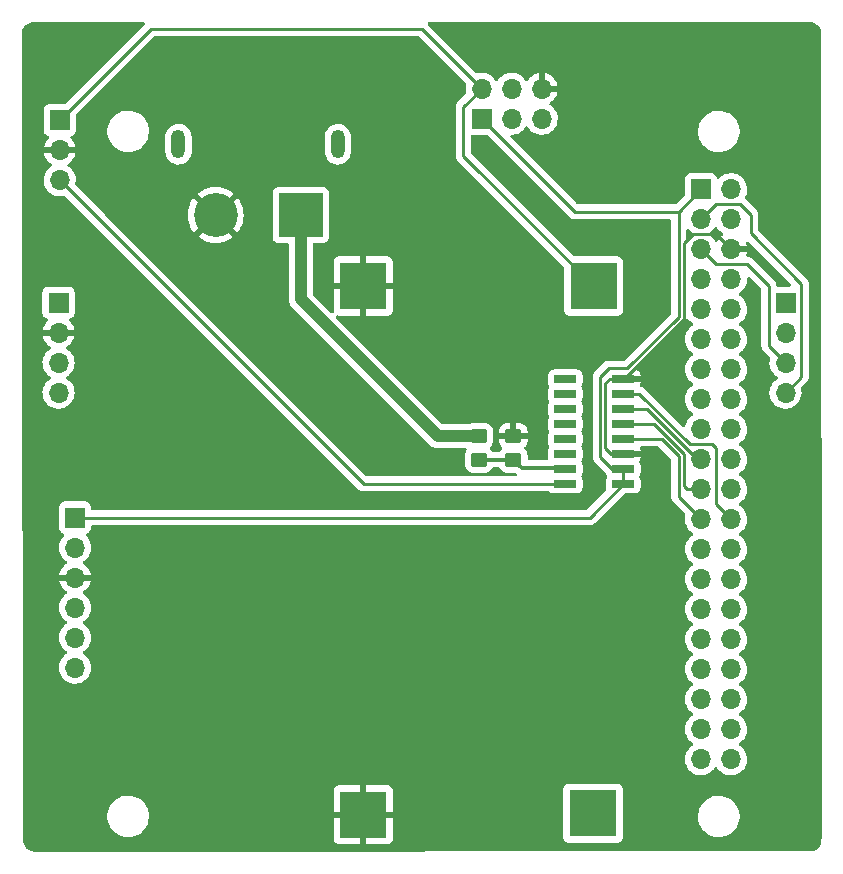
<source format=gbr>
%TF.GenerationSoftware,KiCad,Pcbnew,6.0.8-f2edbf62ab~116~ubuntu22.04.1*%
%TF.CreationDate,2022-11-23T04:02:49-05:00*%
%TF.ProjectId,Pi_HAT_Simple_V3,50695f48-4154-45f5-9369-6d706c655f56,rev?*%
%TF.SameCoordinates,Original*%
%TF.FileFunction,Copper,L2,Bot*%
%TF.FilePolarity,Positive*%
%FSLAX46Y46*%
G04 Gerber Fmt 4.6, Leading zero omitted, Abs format (unit mm)*
G04 Created by KiCad (PCBNEW 6.0.8-f2edbf62ab~116~ubuntu22.04.1) date 2022-11-23 04:02:49*
%MOMM*%
%LPD*%
G01*
G04 APERTURE LIST*
G04 Aperture macros list*
%AMRoundRect*
0 Rectangle with rounded corners*
0 $1 Rounding radius*
0 $2 $3 $4 $5 $6 $7 $8 $9 X,Y pos of 4 corners*
0 Add a 4 corners polygon primitive as box body*
4,1,4,$2,$3,$4,$5,$6,$7,$8,$9,$2,$3,0*
0 Add four circle primitives for the rounded corners*
1,1,$1+$1,$2,$3*
1,1,$1+$1,$4,$5*
1,1,$1+$1,$6,$7*
1,1,$1+$1,$8,$9*
0 Add four rect primitives between the rounded corners*
20,1,$1+$1,$2,$3,$4,$5,0*
20,1,$1+$1,$4,$5,$6,$7,0*
20,1,$1+$1,$6,$7,$8,$9,0*
20,1,$1+$1,$8,$9,$2,$3,0*%
G04 Aperture macros list end*
%TA.AperFunction,SMDPad,CuDef*%
%ADD10RoundRect,0.250000X0.450000X-0.350000X0.450000X0.350000X-0.450000X0.350000X-0.450000X-0.350000X0*%
%TD*%
%TA.AperFunction,SMDPad,CuDef*%
%ADD11RoundRect,0.250000X-0.450000X0.350000X-0.450000X-0.350000X0.450000X-0.350000X0.450000X0.350000X0*%
%TD*%
%TA.AperFunction,ComponentPad*%
%ADD12R,1.700000X1.700000*%
%TD*%
%TA.AperFunction,ComponentPad*%
%ADD13O,1.700000X1.700000*%
%TD*%
%TA.AperFunction,ComponentPad*%
%ADD14R,3.716000X3.716000*%
%TD*%
%TA.AperFunction,ComponentPad*%
%ADD15C,3.716000*%
%TD*%
%TA.AperFunction,ComponentPad*%
%ADD16O,1.200000X2.400000*%
%TD*%
%TA.AperFunction,ComponentPad*%
%ADD17R,4.000000X4.000000*%
%TD*%
%TA.AperFunction,SMDPad,CuDef*%
%ADD18RoundRect,0.042000X-0.908000X-0.258000X0.908000X-0.258000X0.908000X0.258000X-0.908000X0.258000X0*%
%TD*%
%TA.AperFunction,Conductor*%
%ADD19C,0.250000*%
%TD*%
%TA.AperFunction,Conductor*%
%ADD20C,1.000000*%
%TD*%
%TA.AperFunction,Conductor*%
%ADD21C,0.300000*%
%TD*%
G04 APERTURE END LIST*
D10*
%TO.P,R2,1*%
%TO.N,/A-D Converter/4V*%
X135100000Y-102300000D03*
%TO.P,R2,2*%
%TO.N,GND*%
X135100000Y-100300000D03*
%TD*%
D11*
%TO.P,R1,1*%
%TO.N,/12V*%
X132200000Y-100300000D03*
%TO.P,R1,2*%
%TO.N,/A-D Converter/4V*%
X132200000Y-102300000D03*
%TD*%
D12*
%TO.P,J3,1,Pin_1*%
%TO.N,/3.3V*%
X132425000Y-73425000D03*
D13*
%TO.P,J3,2,Pin_2*%
%TO.N,/5V*%
X132425000Y-70885000D03*
%TO.P,J3,3,Pin_3*%
%TO.N,/SDA*%
X134965000Y-73425000D03*
%TO.P,J3,4,Pin_4*%
%TO.N,/5V*%
X134965000Y-70885000D03*
%TO.P,J3,5,Pin_5*%
%TO.N,/SCL*%
X137505000Y-73425000D03*
%TO.P,J3,6,Pin_6*%
%TO.N,GND*%
X137505000Y-70885000D03*
%TD*%
D12*
%TO.P,J1,1,Pin_1*%
%TO.N,/3.3V*%
X98000000Y-107200000D03*
D13*
%TO.P,J1,2,Pin_2*%
%TO.N,unconnected-(J1-Pad2)*%
X98000000Y-109740000D03*
%TO.P,J1,3,Pin_3*%
%TO.N,GND*%
X98000000Y-112280000D03*
%TO.P,J1,4,Pin_4*%
%TO.N,/SCL*%
X98000000Y-114820000D03*
%TO.P,J1,5,Pin_5*%
%TO.N,/SDA*%
X98000000Y-117360000D03*
%TO.P,J1,6,Pin_6*%
%TO.N,unconnected-(J1-Pad6)*%
X98000000Y-119900000D03*
%TD*%
D12*
%TO.P,J2,1,Pin_1*%
%TO.N,/3.3V*%
X151000000Y-79400000D03*
D13*
%TO.P,J2,2,Pin_2*%
%TO.N,/5V*%
X153540000Y-79400000D03*
%TO.P,J2,3,Pin_3*%
%TO.N,/SDA*%
X151000000Y-81940000D03*
%TO.P,J2,4,Pin_4*%
%TO.N,/5V*%
X153540000Y-81940000D03*
%TO.P,J2,5,Pin_5*%
%TO.N,/SCL*%
X151000000Y-84480000D03*
%TO.P,J2,6,Pin_6*%
%TO.N,GND*%
X153540000Y-84480000D03*
%TO.P,J2,7,Pin_7*%
%TO.N,unconnected-(J2-Pad7)*%
X151000000Y-87020000D03*
%TO.P,J2,8,Pin_8*%
%TO.N,unconnected-(J2-Pad8)*%
X153540000Y-87020000D03*
%TO.P,J2,9,Pin_9*%
%TO.N,unconnected-(J2-Pad9)*%
X151000000Y-89560000D03*
%TO.P,J2,10,Pin_10*%
%TO.N,unconnected-(J2-Pad10)*%
X153540000Y-89560000D03*
%TO.P,J2,11,Pin_11*%
%TO.N,unconnected-(J2-Pad11)*%
X151000000Y-92100000D03*
%TO.P,J2,12,Pin_12*%
%TO.N,unconnected-(J2-Pad12)*%
X153540000Y-92100000D03*
%TO.P,J2,13,Pin_13*%
%TO.N,unconnected-(J2-Pad13)*%
X151000000Y-94640000D03*
%TO.P,J2,14,Pin_14*%
%TO.N,unconnected-(J2-Pad14)*%
X153540000Y-94640000D03*
%TO.P,J2,15,Pin_15*%
%TO.N,unconnected-(J2-Pad15)*%
X151000000Y-97180000D03*
%TO.P,J2,16,Pin_16*%
%TO.N,unconnected-(J2-Pad16)*%
X153540000Y-97180000D03*
%TO.P,J2,17,Pin_17*%
%TO.N,unconnected-(J2-Pad17)*%
X151000000Y-99720000D03*
%TO.P,J2,18,Pin_18*%
%TO.N,unconnected-(J2-Pad18)*%
X153540000Y-99720000D03*
%TO.P,J2,19,Pin_19*%
%TO.N,/MOSI*%
X151000000Y-102260000D03*
%TO.P,J2,20,Pin_20*%
%TO.N,unconnected-(J2-Pad20)*%
X153540000Y-102260000D03*
%TO.P,J2,21,Pin_21*%
%TO.N,/MISO*%
X151000000Y-104800000D03*
%TO.P,J2,22,Pin_22*%
%TO.N,unconnected-(J2-Pad22)*%
X153540000Y-104800000D03*
%TO.P,J2,23,Pin_23*%
%TO.N,/SCLK*%
X151000000Y-107340000D03*
%TO.P,J2,24,Pin_24*%
%TO.N,/CS*%
X153540000Y-107340000D03*
%TO.P,J2,25,Pin_25*%
%TO.N,unconnected-(J2-Pad25)*%
X151000000Y-109880000D03*
%TO.P,J2,26,Pin_26*%
%TO.N,unconnected-(J2-Pad26)*%
X153540000Y-109880000D03*
%TO.P,J2,27,Pin_27*%
%TO.N,unconnected-(J2-Pad27)*%
X151000000Y-112420000D03*
%TO.P,J2,28,Pin_28*%
%TO.N,unconnected-(J2-Pad28)*%
X153540000Y-112420000D03*
%TO.P,J2,29,Pin_29*%
%TO.N,unconnected-(J2-Pad29)*%
X151000000Y-114960000D03*
%TO.P,J2,30,Pin_30*%
%TO.N,unconnected-(J2-Pad30)*%
X153540000Y-114960000D03*
%TO.P,J2,31,Pin_31*%
%TO.N,unconnected-(J2-Pad31)*%
X151000000Y-117500000D03*
%TO.P,J2,32,Pin_32*%
%TO.N,unconnected-(J2-Pad32)*%
X153540000Y-117500000D03*
%TO.P,J2,33,Pin_33*%
%TO.N,unconnected-(J2-Pad33)*%
X151000000Y-120040000D03*
%TO.P,J2,34,Pin_34*%
%TO.N,unconnected-(J2-Pad34)*%
X153540000Y-120040000D03*
%TO.P,J2,35,Pin_35*%
%TO.N,unconnected-(J2-Pad35)*%
X151000000Y-122580000D03*
%TO.P,J2,36,Pin_36*%
%TO.N,unconnected-(J2-Pad36)*%
X153540000Y-122580000D03*
%TO.P,J2,37,Pin_37*%
%TO.N,unconnected-(J2-Pad37)*%
X151000000Y-125120000D03*
%TO.P,J2,38,Pin_38*%
%TO.N,unconnected-(J2-Pad38)*%
X153540000Y-125120000D03*
%TO.P,J2,39,Pin_39*%
%TO.N,unconnected-(J2-Pad39)*%
X151000000Y-127660000D03*
%TO.P,J2,40,Pin_40*%
%TO.N,unconnected-(J2-Pad40)*%
X153540000Y-127660000D03*
%TD*%
D14*
%TO.P,J4,1,+*%
%TO.N,/12V*%
X117100000Y-81600000D03*
D15*
%TO.P,J4,2,-*%
%TO.N,GND*%
X109900000Y-81600000D03*
D16*
%TO.P,J4,S1*%
%TO.N,N/C*%
X120250000Y-75600000D03*
%TO.P,J4,S2*%
X106750000Y-75600000D03*
%TD*%
D12*
%TO.P,J5,1,Pin_1*%
%TO.N,/5V*%
X96700000Y-73550000D03*
D13*
%TO.P,J5,2,Pin_2*%
%TO.N,GND*%
X96700000Y-76090000D03*
%TO.P,J5,3,Pin_3*%
%TO.N,/A-D Converter/PS*%
X96700000Y-78630000D03*
%TD*%
D12*
%TO.P,J8,1,Pin_1*%
%TO.N,/12V*%
X158150000Y-89000000D03*
D13*
%TO.P,J8,2,Pin_2*%
%TO.N,GND*%
X158150000Y-91540000D03*
%TO.P,J8,3,Pin_3*%
%TO.N,/SCL*%
X158150000Y-94080000D03*
%TO.P,J8,4,Pin_4*%
%TO.N,/SDA*%
X158150000Y-96620000D03*
%TD*%
D12*
%TO.P,J9,1,Pin_1*%
%TO.N,/12V*%
X96600000Y-89000000D03*
D13*
%TO.P,J9,2,Pin_2*%
%TO.N,GND*%
X96600000Y-91540000D03*
%TO.P,J9,3,Pin_3*%
%TO.N,/SCL*%
X96600000Y-94080000D03*
%TO.P,J9,4,Pin_4*%
%TO.N,/SDA*%
X96600000Y-96620000D03*
%TD*%
D17*
%TO.P,U1,1,IN+*%
%TO.N,/VCC*%
X141852000Y-132236000D03*
%TO.P,U1,2,IN-*%
%TO.N,GND*%
X122400000Y-132350000D03*
%TO.P,U1,3,OUT+*%
%TO.N,/5V*%
X141900000Y-87600000D03*
%TO.P,U1,4,OUT-*%
%TO.N,GND*%
X122400000Y-87600000D03*
%TD*%
D18*
%TO.P,U2,1,CH0*%
%TO.N,/A-D Converter/PS*%
X139507500Y-104355000D03*
%TO.P,U2,2,CH1*%
%TO.N,/A-D Converter/4V*%
X139507500Y-103085000D03*
%TO.P,U2,3,CH2*%
%TO.N,unconnected-(U2-Pad3)*%
X139507500Y-101815000D03*
%TO.P,U2,4,CH3*%
%TO.N,unconnected-(U2-Pad4)*%
X139507500Y-100545000D03*
%TO.P,U2,5,CH4*%
%TO.N,unconnected-(U2-Pad5)*%
X139507500Y-99275000D03*
%TO.P,U2,6,CH5*%
%TO.N,unconnected-(U2-Pad6)*%
X139507500Y-98005000D03*
%TO.P,U2,7,CH6*%
%TO.N,unconnected-(U2-Pad7)*%
X139507500Y-96735000D03*
%TO.P,U2,8,CH7*%
%TO.N,unconnected-(U2-Pad8)*%
X139507500Y-95465000D03*
%TO.P,U2,9,DGND*%
%TO.N,GND*%
X144417500Y-95465000D03*
%TO.P,U2,10,~{CS/SHDN}*%
%TO.N,/CS*%
X144417500Y-96735000D03*
%TO.P,U2,11,DIN*%
%TO.N,/MOSI*%
X144417500Y-98005000D03*
%TO.P,U2,12,DOUT*%
%TO.N,/MISO*%
X144417500Y-99275000D03*
%TO.P,U2,13,CLK*%
%TO.N,/SCLK*%
X144417500Y-100545000D03*
%TO.P,U2,14,AGND*%
%TO.N,GND*%
X144417500Y-101815000D03*
%TO.P,U2,15,VREF*%
%TO.N,/3.3V*%
X144417500Y-103085000D03*
%TO.P,U2,16,VDD*%
X144417500Y-104355000D03*
%TD*%
D19*
%TO.N,/5V*%
X96700000Y-73550000D02*
X104450000Y-65800000D01*
X104450000Y-65800000D02*
X127340000Y-65800000D01*
X127340000Y-65800000D02*
X132425000Y-70885000D01*
%TO.N,/A-D Converter/PS*%
X96700000Y-78630000D02*
X122425000Y-104355000D01*
X122425000Y-104355000D02*
X139507500Y-104355000D01*
D20*
%TO.N,/12V*%
X117100000Y-81600000D02*
X117100000Y-88700000D01*
X128700000Y-100300000D02*
X132200000Y-100300000D01*
X117100000Y-88700000D02*
X128700000Y-100300000D01*
D21*
%TO.N,/A-D Converter/4V*%
X132200000Y-102300000D02*
X135100000Y-102300000D01*
X135100000Y-102300000D02*
X135800000Y-103000000D01*
X135800000Y-103000000D02*
X139422500Y-103000000D01*
X139422500Y-103000000D02*
X139507500Y-103085000D01*
D19*
%TO.N,/3.3V*%
X144417500Y-104355000D02*
X144417500Y-103085000D01*
X98000000Y-107200000D02*
X141572500Y-107200000D01*
X149100000Y-81300000D02*
X151000000Y-79400000D01*
X143200000Y-94550000D02*
X144763604Y-94550000D01*
X149100000Y-90213604D02*
X149100000Y-81300000D01*
X144763604Y-94550000D02*
X149100000Y-90213604D01*
X144417500Y-103085000D02*
X143485000Y-103085000D01*
X143485000Y-103085000D02*
X142450000Y-102050000D01*
X132425000Y-73425000D02*
X140300000Y-81300000D01*
X142450000Y-102050000D02*
X142450000Y-95300000D01*
X142450000Y-95300000D02*
X143200000Y-94550000D01*
X141572500Y-107200000D02*
X144417500Y-104355000D01*
X140300000Y-81300000D02*
X149100000Y-81300000D01*
%TO.N,/MOSI*%
X144417500Y-98005000D02*
X146391396Y-98005000D01*
X146391396Y-98005000D02*
X150646396Y-102260000D01*
X150646396Y-102260000D02*
X151000000Y-102260000D01*
%TO.N,/MISO*%
X144417500Y-99275000D02*
X147025000Y-99275000D01*
X149550000Y-104500000D02*
X149850000Y-104800000D01*
X149850000Y-104800000D02*
X151000000Y-104800000D01*
X149550000Y-101800000D02*
X149550000Y-104500000D01*
X147025000Y-99275000D02*
X149550000Y-101800000D01*
%TO.N,/CS*%
X144417500Y-96735000D02*
X145757792Y-96735000D01*
X145757792Y-96735000D02*
X150022792Y-101000000D01*
X152250000Y-101350000D02*
X152250000Y-106050000D01*
X150022792Y-101000000D02*
X151900000Y-101000000D01*
X152250000Y-106050000D02*
X153540000Y-107340000D01*
X151900000Y-101000000D02*
X152250000Y-101350000D01*
%TO.N,GND*%
X144417500Y-101815000D02*
X143415000Y-101815000D01*
X144417500Y-95465000D02*
X144485000Y-95465000D01*
X152260000Y-83200000D02*
X153540000Y-84480000D01*
X142900000Y-95850000D02*
X143300000Y-95450000D01*
X150300000Y-83200000D02*
X152260000Y-83200000D01*
X149550000Y-83950000D02*
X150300000Y-83200000D01*
X143300000Y-95450000D02*
X144402500Y-95450000D01*
X149550000Y-90400000D02*
X149550000Y-83950000D01*
X144402500Y-95450000D02*
X144417500Y-95465000D01*
X144485000Y-95465000D02*
X149550000Y-90400000D01*
X143415000Y-101815000D02*
X142900000Y-101300000D01*
X142900000Y-101300000D02*
X142900000Y-95850000D01*
%TO.N,/5V*%
X130850000Y-76550000D02*
X141900000Y-87600000D01*
X130850000Y-72460000D02*
X130850000Y-76550000D01*
X132425000Y-70885000D02*
X130850000Y-72460000D01*
%TO.N,/SCL*%
X154900000Y-85750000D02*
X156750000Y-87600000D01*
X152270000Y-85750000D02*
X154900000Y-85750000D01*
X156750000Y-87600000D02*
X156750000Y-92680000D01*
X156750000Y-92680000D02*
X158150000Y-94080000D01*
X151000000Y-84480000D02*
X152270000Y-85750000D01*
%TO.N,/SDA*%
X154300000Y-80650000D02*
X152290000Y-80650000D01*
X158150000Y-96620000D02*
X159500000Y-95270000D01*
X152290000Y-80650000D02*
X151000000Y-81940000D01*
X159500000Y-87450000D02*
X155200000Y-83150000D01*
X155200000Y-83150000D02*
X155200000Y-81550000D01*
X155200000Y-81550000D02*
X154300000Y-80650000D01*
X159500000Y-95270000D02*
X159500000Y-87450000D01*
%TO.N,/SCLK*%
X149100000Y-105440000D02*
X151000000Y-107340000D01*
X147658604Y-100545000D02*
X149100000Y-101986396D01*
X144417500Y-100545000D02*
X147658604Y-100545000D01*
X149100000Y-101986396D02*
X149100000Y-105440000D01*
%TD*%
%TA.AperFunction,Conductor*%
%TO.N,GND*%
G36*
X160163031Y-65234110D02*
G01*
X160177672Y-65236390D01*
X160177676Y-65236390D01*
X160186544Y-65237771D01*
X160195446Y-65236607D01*
X160199217Y-65236114D01*
X160226536Y-65235530D01*
X160352232Y-65246529D01*
X160354010Y-65246685D01*
X160375639Y-65250499D01*
X160431807Y-65265550D01*
X160521285Y-65289527D01*
X160541923Y-65297039D01*
X160678580Y-65360766D01*
X160697595Y-65371744D01*
X160743925Y-65404185D01*
X160821112Y-65458233D01*
X160837936Y-65472350D01*
X160944554Y-65578969D01*
X160958671Y-65595793D01*
X161045160Y-65719312D01*
X161056136Y-65738323D01*
X161074045Y-65776728D01*
X161119865Y-65874989D01*
X161127376Y-65895626D01*
X161166402Y-66041266D01*
X161170216Y-66062896D01*
X161173941Y-66105468D01*
X161180770Y-66183521D01*
X161180218Y-66199962D01*
X161180630Y-66199967D01*
X161180521Y-66208936D01*
X161179139Y-66217811D01*
X161182019Y-66239834D01*
X161183275Y-66249436D01*
X161184339Y-66265745D01*
X161198610Y-134187408D01*
X161198660Y-134426586D01*
X161197159Y-134446000D01*
X161194860Y-134460762D01*
X161194860Y-134460769D01*
X161193479Y-134469637D01*
X161194643Y-134478539D01*
X161194643Y-134478541D01*
X161195136Y-134482312D01*
X161195720Y-134509631D01*
X161188858Y-134588054D01*
X161184566Y-134637110D01*
X161180752Y-134658737D01*
X161174726Y-134681229D01*
X161141725Y-134804386D01*
X161134214Y-134825024D01*
X161070485Y-134961692D01*
X161059508Y-134980705D01*
X160973016Y-135104232D01*
X160958902Y-135121052D01*
X160852276Y-135227681D01*
X160835454Y-135241798D01*
X160711932Y-135328293D01*
X160692925Y-135339267D01*
X160556252Y-135403004D01*
X160535630Y-135410511D01*
X160445897Y-135434558D01*
X160389968Y-135449546D01*
X160368340Y-135453360D01*
X160247961Y-135463897D01*
X160231273Y-135463338D01*
X160231268Y-135463719D01*
X160222291Y-135463610D01*
X160213422Y-135462229D01*
X160204523Y-135463393D01*
X160204521Y-135463393D01*
X160181758Y-135466371D01*
X160165461Y-135467435D01*
X94649292Y-135491481D01*
X94629862Y-135489981D01*
X94615150Y-135487690D01*
X94615145Y-135487690D01*
X94606276Y-135486309D01*
X94593603Y-135487966D01*
X94566293Y-135488551D01*
X94438806Y-135477397D01*
X94417183Y-135473585D01*
X94271533Y-135434558D01*
X94250896Y-135427046D01*
X94114240Y-135363322D01*
X94095220Y-135352340D01*
X93971703Y-135265853D01*
X93954878Y-135251735D01*
X93848265Y-135145122D01*
X93834147Y-135128297D01*
X93747660Y-135004780D01*
X93736678Y-134985760D01*
X93672954Y-134849104D01*
X93665443Y-134828466D01*
X93626417Y-134682822D01*
X93622602Y-134661191D01*
X93622388Y-134658739D01*
X93612349Y-134543993D01*
X93612374Y-134521758D01*
X93612770Y-134517344D01*
X93613576Y-134512552D01*
X93613729Y-134500000D01*
X93610282Y-134475927D01*
X93609680Y-134471723D01*
X93608408Y-134454120D01*
X93608287Y-134394669D01*
X119892001Y-134394669D01*
X119892371Y-134401490D01*
X119897895Y-134452352D01*
X119901521Y-134467604D01*
X119946676Y-134588054D01*
X119955214Y-134603649D01*
X120031715Y-134705724D01*
X120044276Y-134718285D01*
X120146351Y-134794786D01*
X120161946Y-134803324D01*
X120282394Y-134848478D01*
X120297649Y-134852105D01*
X120348514Y-134857631D01*
X120355328Y-134858000D01*
X122127885Y-134858000D01*
X122143124Y-134853525D01*
X122144329Y-134852135D01*
X122146000Y-134844452D01*
X122146000Y-134839884D01*
X122654000Y-134839884D01*
X122658475Y-134855123D01*
X122659865Y-134856328D01*
X122667548Y-134857999D01*
X124444669Y-134857999D01*
X124451490Y-134857629D01*
X124502352Y-134852105D01*
X124517604Y-134848479D01*
X124638054Y-134803324D01*
X124653649Y-134794786D01*
X124755724Y-134718285D01*
X124768285Y-134705724D01*
X124844786Y-134603649D01*
X124853324Y-134588054D01*
X124898478Y-134467606D01*
X124902105Y-134452351D01*
X124907631Y-134401486D01*
X124908000Y-134394672D01*
X124908000Y-134284134D01*
X139343500Y-134284134D01*
X139350255Y-134346316D01*
X139401385Y-134482705D01*
X139488739Y-134599261D01*
X139605295Y-134686615D01*
X139741684Y-134737745D01*
X139803866Y-134744500D01*
X143900134Y-134744500D01*
X143962316Y-134737745D01*
X144098705Y-134686615D01*
X144215261Y-134599261D01*
X144302615Y-134482705D01*
X144353745Y-134346316D01*
X144360500Y-134284134D01*
X144360500Y-132607655D01*
X150739858Y-132607655D01*
X150775104Y-132866638D01*
X150776412Y-132871124D01*
X150776412Y-132871126D01*
X150796098Y-132938664D01*
X150848243Y-133117567D01*
X150957668Y-133354928D01*
X150960231Y-133358837D01*
X151098410Y-133569596D01*
X151098414Y-133569601D01*
X151100976Y-133573509D01*
X151275018Y-133768506D01*
X151475970Y-133935637D01*
X151479973Y-133938066D01*
X151695422Y-134068804D01*
X151695426Y-134068806D01*
X151699419Y-134071229D01*
X151940455Y-134172303D01*
X152193783Y-134236641D01*
X152198434Y-134237109D01*
X152198438Y-134237110D01*
X152391308Y-134256531D01*
X152410867Y-134258500D01*
X152566354Y-134258500D01*
X152568679Y-134258327D01*
X152568685Y-134258327D01*
X152756000Y-134244407D01*
X152756004Y-134244406D01*
X152760652Y-134244061D01*
X152765200Y-134243032D01*
X152765206Y-134243031D01*
X152951601Y-134200853D01*
X153015577Y-134186377D01*
X153051769Y-134172303D01*
X153254824Y-134093340D01*
X153254827Y-134093339D01*
X153259177Y-134091647D01*
X153486098Y-133961951D01*
X153691357Y-133800138D01*
X153870443Y-133609763D01*
X154019424Y-133395009D01*
X154135025Y-133160593D01*
X154214707Y-132911665D01*
X154256721Y-132653693D01*
X154260142Y-132392345D01*
X154224896Y-132133362D01*
X154210473Y-132083877D01*
X154153068Y-131886932D01*
X154151757Y-131882433D01*
X154042332Y-131645072D01*
X154009519Y-131595024D01*
X153901590Y-131430404D01*
X153901586Y-131430399D01*
X153899024Y-131426491D01*
X153724982Y-131231494D01*
X153524030Y-131064363D01*
X153476844Y-131035730D01*
X153304578Y-130931196D01*
X153304574Y-130931194D01*
X153300581Y-130928771D01*
X153059545Y-130827697D01*
X152806217Y-130763359D01*
X152801566Y-130762891D01*
X152801562Y-130762890D01*
X152592271Y-130741816D01*
X152589133Y-130741500D01*
X152433646Y-130741500D01*
X152431321Y-130741673D01*
X152431315Y-130741673D01*
X152244000Y-130755593D01*
X152243996Y-130755594D01*
X152239348Y-130755939D01*
X152234800Y-130756968D01*
X152234794Y-130756969D01*
X152048399Y-130799147D01*
X151984423Y-130813623D01*
X151980071Y-130815315D01*
X151980069Y-130815316D01*
X151745176Y-130906660D01*
X151745173Y-130906661D01*
X151740823Y-130908353D01*
X151513902Y-131038049D01*
X151308643Y-131199862D01*
X151129557Y-131390237D01*
X150980576Y-131604991D01*
X150864975Y-131839407D01*
X150785293Y-132088335D01*
X150743279Y-132346307D01*
X150739858Y-132607655D01*
X144360500Y-132607655D01*
X144360500Y-130187866D01*
X144353745Y-130125684D01*
X144302615Y-129989295D01*
X144215261Y-129872739D01*
X144098705Y-129785385D01*
X143962316Y-129734255D01*
X143900134Y-129727500D01*
X139803866Y-129727500D01*
X139741684Y-129734255D01*
X139605295Y-129785385D01*
X139488739Y-129872739D01*
X139401385Y-129989295D01*
X139350255Y-130125684D01*
X139343500Y-130187866D01*
X139343500Y-134284134D01*
X124908000Y-134284134D01*
X124908000Y-132622115D01*
X124903525Y-132606876D01*
X124902135Y-132605671D01*
X124894452Y-132604000D01*
X122672115Y-132604000D01*
X122656876Y-132608475D01*
X122655671Y-132609865D01*
X122654000Y-132617548D01*
X122654000Y-134839884D01*
X122146000Y-134839884D01*
X122146000Y-132622115D01*
X122141525Y-132606876D01*
X122140135Y-132605671D01*
X122132452Y-132604000D01*
X119910116Y-132604000D01*
X119894877Y-132608475D01*
X119893672Y-132609865D01*
X119892001Y-132617548D01*
X119892001Y-134394669D01*
X93608287Y-134394669D01*
X93604638Y-132607655D01*
X100739858Y-132607655D01*
X100775104Y-132866638D01*
X100776412Y-132871124D01*
X100776412Y-132871126D01*
X100796098Y-132938664D01*
X100848243Y-133117567D01*
X100957668Y-133354928D01*
X100960231Y-133358837D01*
X101098410Y-133569596D01*
X101098414Y-133569601D01*
X101100976Y-133573509D01*
X101275018Y-133768506D01*
X101475970Y-133935637D01*
X101479973Y-133938066D01*
X101695422Y-134068804D01*
X101695426Y-134068806D01*
X101699419Y-134071229D01*
X101940455Y-134172303D01*
X102193783Y-134236641D01*
X102198434Y-134237109D01*
X102198438Y-134237110D01*
X102391308Y-134256531D01*
X102410867Y-134258500D01*
X102566354Y-134258500D01*
X102568679Y-134258327D01*
X102568685Y-134258327D01*
X102756000Y-134244407D01*
X102756004Y-134244406D01*
X102760652Y-134244061D01*
X102765200Y-134243032D01*
X102765206Y-134243031D01*
X102951601Y-134200853D01*
X103015577Y-134186377D01*
X103051769Y-134172303D01*
X103254824Y-134093340D01*
X103254827Y-134093339D01*
X103259177Y-134091647D01*
X103486098Y-133961951D01*
X103691357Y-133800138D01*
X103870443Y-133609763D01*
X104019424Y-133395009D01*
X104135025Y-133160593D01*
X104214707Y-132911665D01*
X104256721Y-132653693D01*
X104260142Y-132392345D01*
X104224896Y-132133362D01*
X104210473Y-132083877D01*
X104208726Y-132077885D01*
X119892000Y-132077885D01*
X119896475Y-132093124D01*
X119897865Y-132094329D01*
X119905548Y-132096000D01*
X122127885Y-132096000D01*
X122143124Y-132091525D01*
X122144329Y-132090135D01*
X122146000Y-132082452D01*
X122146000Y-132077885D01*
X122654000Y-132077885D01*
X122658475Y-132093124D01*
X122659865Y-132094329D01*
X122667548Y-132096000D01*
X124889884Y-132096000D01*
X124905123Y-132091525D01*
X124906328Y-132090135D01*
X124907999Y-132082452D01*
X124907999Y-130305331D01*
X124907629Y-130298510D01*
X124902105Y-130247648D01*
X124898479Y-130232396D01*
X124853324Y-130111946D01*
X124844786Y-130096351D01*
X124768285Y-129994276D01*
X124755724Y-129981715D01*
X124653649Y-129905214D01*
X124638054Y-129896676D01*
X124517606Y-129851522D01*
X124502351Y-129847895D01*
X124451486Y-129842369D01*
X124444672Y-129842000D01*
X122672115Y-129842000D01*
X122656876Y-129846475D01*
X122655671Y-129847865D01*
X122654000Y-129855548D01*
X122654000Y-132077885D01*
X122146000Y-132077885D01*
X122146000Y-129860116D01*
X122141525Y-129844877D01*
X122140135Y-129843672D01*
X122132452Y-129842001D01*
X120355331Y-129842001D01*
X120348510Y-129842371D01*
X120297648Y-129847895D01*
X120282396Y-129851521D01*
X120161946Y-129896676D01*
X120146351Y-129905214D01*
X120044276Y-129981715D01*
X120031715Y-129994276D01*
X119955214Y-130096351D01*
X119946676Y-130111946D01*
X119901522Y-130232394D01*
X119897895Y-130247649D01*
X119892369Y-130298514D01*
X119892000Y-130305328D01*
X119892000Y-132077885D01*
X104208726Y-132077885D01*
X104153068Y-131886932D01*
X104151757Y-131882433D01*
X104042332Y-131645072D01*
X104009519Y-131595024D01*
X103901590Y-131430404D01*
X103901586Y-131430399D01*
X103899024Y-131426491D01*
X103724982Y-131231494D01*
X103524030Y-131064363D01*
X103476844Y-131035730D01*
X103304578Y-130931196D01*
X103304574Y-130931194D01*
X103300581Y-130928771D01*
X103059545Y-130827697D01*
X102806217Y-130763359D01*
X102801566Y-130762891D01*
X102801562Y-130762890D01*
X102592271Y-130741816D01*
X102589133Y-130741500D01*
X102433646Y-130741500D01*
X102431321Y-130741673D01*
X102431315Y-130741673D01*
X102244000Y-130755593D01*
X102243996Y-130755594D01*
X102239348Y-130755939D01*
X102234800Y-130756968D01*
X102234794Y-130756969D01*
X102048399Y-130799147D01*
X101984423Y-130813623D01*
X101980071Y-130815315D01*
X101980069Y-130815316D01*
X101745176Y-130906660D01*
X101745173Y-130906661D01*
X101740823Y-130908353D01*
X101513902Y-131038049D01*
X101308643Y-131199862D01*
X101129557Y-131390237D01*
X100980576Y-131604991D01*
X100864975Y-131839407D01*
X100785293Y-132088335D01*
X100743279Y-132346307D01*
X100739858Y-132607655D01*
X93604638Y-132607655D01*
X93578621Y-119866695D01*
X96637251Y-119866695D01*
X96637548Y-119871848D01*
X96637548Y-119871851D01*
X96649812Y-120084547D01*
X96650110Y-120089715D01*
X96651247Y-120094761D01*
X96651248Y-120094767D01*
X96671119Y-120182939D01*
X96699222Y-120307639D01*
X96783266Y-120514616D01*
X96785965Y-120519020D01*
X96889286Y-120687625D01*
X96899987Y-120705088D01*
X97046250Y-120873938D01*
X97218126Y-121016632D01*
X97411000Y-121129338D01*
X97619692Y-121209030D01*
X97624760Y-121210061D01*
X97624763Y-121210062D01*
X97732017Y-121231883D01*
X97838597Y-121253567D01*
X97843772Y-121253757D01*
X97843774Y-121253757D01*
X98056673Y-121261564D01*
X98056677Y-121261564D01*
X98061837Y-121261753D01*
X98066957Y-121261097D01*
X98066959Y-121261097D01*
X98278288Y-121234025D01*
X98278289Y-121234025D01*
X98283416Y-121233368D01*
X98288366Y-121231883D01*
X98492429Y-121170661D01*
X98492434Y-121170659D01*
X98497384Y-121169174D01*
X98697994Y-121070896D01*
X98879860Y-120941173D01*
X99038096Y-120783489D01*
X99064836Y-120746277D01*
X99165435Y-120606277D01*
X99168453Y-120602077D01*
X99267430Y-120401811D01*
X99332370Y-120188069D01*
X99361529Y-119966590D01*
X99363156Y-119900000D01*
X99344852Y-119677361D01*
X99290431Y-119460702D01*
X99201354Y-119255840D01*
X99080014Y-119068277D01*
X98929670Y-118903051D01*
X98925619Y-118899852D01*
X98925615Y-118899848D01*
X98758414Y-118767800D01*
X98758410Y-118767798D01*
X98754359Y-118764598D01*
X98713053Y-118741796D01*
X98663084Y-118691364D01*
X98648312Y-118621921D01*
X98673428Y-118555516D01*
X98700780Y-118528909D01*
X98744603Y-118497650D01*
X98879860Y-118401173D01*
X99038096Y-118243489D01*
X99064836Y-118206277D01*
X99165435Y-118066277D01*
X99168453Y-118062077D01*
X99267430Y-117861811D01*
X99332370Y-117648069D01*
X99361529Y-117426590D01*
X99363156Y-117360000D01*
X99344852Y-117137361D01*
X99290431Y-116920702D01*
X99201354Y-116715840D01*
X99080014Y-116528277D01*
X98929670Y-116363051D01*
X98925619Y-116359852D01*
X98925615Y-116359848D01*
X98758414Y-116227800D01*
X98758410Y-116227798D01*
X98754359Y-116224598D01*
X98713053Y-116201796D01*
X98663084Y-116151364D01*
X98648312Y-116081921D01*
X98673428Y-116015516D01*
X98700780Y-115988909D01*
X98744603Y-115957650D01*
X98879860Y-115861173D01*
X99038096Y-115703489D01*
X99064836Y-115666277D01*
X99165435Y-115526277D01*
X99168453Y-115522077D01*
X99267430Y-115321811D01*
X99332370Y-115108069D01*
X99361529Y-114886590D01*
X99363156Y-114820000D01*
X99344852Y-114597361D01*
X99290431Y-114380702D01*
X99201354Y-114175840D01*
X99080014Y-113988277D01*
X98929670Y-113823051D01*
X98925619Y-113819852D01*
X98925615Y-113819848D01*
X98758414Y-113687800D01*
X98758410Y-113687798D01*
X98754359Y-113684598D01*
X98712569Y-113661529D01*
X98662598Y-113611097D01*
X98647826Y-113541654D01*
X98672942Y-113475248D01*
X98700294Y-113448641D01*
X98875328Y-113323792D01*
X98883200Y-113317139D01*
X99034052Y-113166812D01*
X99040730Y-113158965D01*
X99165003Y-112986020D01*
X99170313Y-112977183D01*
X99264670Y-112786267D01*
X99268469Y-112776672D01*
X99330377Y-112572910D01*
X99332555Y-112562837D01*
X99333986Y-112551962D01*
X99331775Y-112537778D01*
X99318617Y-112534000D01*
X96683225Y-112534000D01*
X96669694Y-112537973D01*
X96668257Y-112547966D01*
X96698565Y-112682446D01*
X96701645Y-112692275D01*
X96781770Y-112889603D01*
X96786413Y-112898794D01*
X96897694Y-113080388D01*
X96903777Y-113088699D01*
X97043213Y-113249667D01*
X97050580Y-113256883D01*
X97214434Y-113392916D01*
X97222881Y-113398831D01*
X97291969Y-113439203D01*
X97340693Y-113490842D01*
X97353764Y-113560625D01*
X97327033Y-113626396D01*
X97286584Y-113659752D01*
X97273607Y-113666507D01*
X97269474Y-113669610D01*
X97269471Y-113669612D01*
X97099100Y-113797530D01*
X97094965Y-113800635D01*
X96940629Y-113962138D01*
X96814743Y-114146680D01*
X96799003Y-114180590D01*
X96737637Y-114312792D01*
X96720688Y-114349305D01*
X96660989Y-114564570D01*
X96637251Y-114786695D01*
X96637548Y-114791848D01*
X96637548Y-114791851D01*
X96649812Y-115004547D01*
X96650110Y-115009715D01*
X96651247Y-115014761D01*
X96651248Y-115014767D01*
X96671119Y-115102939D01*
X96699222Y-115227639D01*
X96783266Y-115434616D01*
X96785965Y-115439020D01*
X96889286Y-115607625D01*
X96899987Y-115625088D01*
X97046250Y-115793938D01*
X97218126Y-115936632D01*
X97288595Y-115977811D01*
X97291445Y-115979476D01*
X97340169Y-116031114D01*
X97353240Y-116100897D01*
X97326509Y-116166669D01*
X97286055Y-116200027D01*
X97273607Y-116206507D01*
X97269474Y-116209610D01*
X97269471Y-116209612D01*
X97099100Y-116337530D01*
X97094965Y-116340635D01*
X96940629Y-116502138D01*
X96814743Y-116686680D01*
X96799003Y-116720590D01*
X96737637Y-116852792D01*
X96720688Y-116889305D01*
X96660989Y-117104570D01*
X96637251Y-117326695D01*
X96637548Y-117331848D01*
X96637548Y-117331851D01*
X96649812Y-117544547D01*
X96650110Y-117549715D01*
X96651247Y-117554761D01*
X96651248Y-117554767D01*
X96671119Y-117642939D01*
X96699222Y-117767639D01*
X96783266Y-117974616D01*
X96785965Y-117979020D01*
X96889286Y-118147625D01*
X96899987Y-118165088D01*
X97046250Y-118333938D01*
X97218126Y-118476632D01*
X97288595Y-118517811D01*
X97291445Y-118519476D01*
X97340169Y-118571114D01*
X97353240Y-118640897D01*
X97326509Y-118706669D01*
X97286055Y-118740027D01*
X97273607Y-118746507D01*
X97269474Y-118749610D01*
X97269471Y-118749612D01*
X97099100Y-118877530D01*
X97094965Y-118880635D01*
X96940629Y-119042138D01*
X96814743Y-119226680D01*
X96799003Y-119260590D01*
X96737637Y-119392792D01*
X96720688Y-119429305D01*
X96660989Y-119644570D01*
X96637251Y-119866695D01*
X93578621Y-119866695D01*
X93531083Y-96586695D01*
X95237251Y-96586695D01*
X95237548Y-96591848D01*
X95237548Y-96591851D01*
X95244608Y-96714297D01*
X95250110Y-96809715D01*
X95251247Y-96814761D01*
X95251248Y-96814767D01*
X95271119Y-96902939D01*
X95299222Y-97027639D01*
X95383266Y-97234616D01*
X95385965Y-97239020D01*
X95483177Y-97397656D01*
X95499987Y-97425088D01*
X95646250Y-97593938D01*
X95818126Y-97736632D01*
X96011000Y-97849338D01*
X96219692Y-97929030D01*
X96224760Y-97930061D01*
X96224763Y-97930062D01*
X96332017Y-97951883D01*
X96438597Y-97973567D01*
X96443772Y-97973757D01*
X96443774Y-97973757D01*
X96656673Y-97981564D01*
X96656677Y-97981564D01*
X96661837Y-97981753D01*
X96666957Y-97981097D01*
X96666959Y-97981097D01*
X96878288Y-97954025D01*
X96878289Y-97954025D01*
X96883416Y-97953368D01*
X96888366Y-97951883D01*
X97092429Y-97890661D01*
X97092434Y-97890659D01*
X97097384Y-97889174D01*
X97297994Y-97790896D01*
X97479860Y-97661173D01*
X97518675Y-97622494D01*
X97634435Y-97507137D01*
X97638096Y-97503489D01*
X97697594Y-97420689D01*
X97765435Y-97326277D01*
X97768453Y-97322077D01*
X97774248Y-97310353D01*
X97865136Y-97126453D01*
X97865137Y-97126451D01*
X97867430Y-97121811D01*
X97932370Y-96908069D01*
X97961529Y-96686590D01*
X97963156Y-96620000D01*
X97944852Y-96397361D01*
X97890431Y-96180702D01*
X97801354Y-95975840D01*
X97718255Y-95847388D01*
X97682822Y-95792617D01*
X97682820Y-95792614D01*
X97680014Y-95788277D01*
X97529670Y-95623051D01*
X97525619Y-95619852D01*
X97525615Y-95619848D01*
X97358414Y-95487800D01*
X97358410Y-95487798D01*
X97354359Y-95484598D01*
X97313053Y-95461796D01*
X97263084Y-95411364D01*
X97248312Y-95341921D01*
X97273428Y-95275516D01*
X97300780Y-95248909D01*
X97362149Y-95205135D01*
X97479860Y-95121173D01*
X97518675Y-95082494D01*
X97634435Y-94967137D01*
X97638096Y-94963489D01*
X97641356Y-94958953D01*
X97765435Y-94786277D01*
X97768453Y-94782077D01*
X97795141Y-94728079D01*
X97865136Y-94586453D01*
X97865137Y-94586451D01*
X97867430Y-94581811D01*
X97932370Y-94368069D01*
X97961529Y-94146590D01*
X97962896Y-94090637D01*
X97963074Y-94083365D01*
X97963074Y-94083361D01*
X97963156Y-94080000D01*
X97944852Y-93857361D01*
X97890431Y-93640702D01*
X97801354Y-93435840D01*
X97720665Y-93311114D01*
X97682822Y-93252617D01*
X97682820Y-93252614D01*
X97680014Y-93248277D01*
X97529670Y-93083051D01*
X97525619Y-93079852D01*
X97525615Y-93079848D01*
X97358414Y-92947800D01*
X97358410Y-92947798D01*
X97354359Y-92944598D01*
X97312569Y-92921529D01*
X97262598Y-92871097D01*
X97247826Y-92801654D01*
X97272942Y-92735248D01*
X97300294Y-92708641D01*
X97475328Y-92583792D01*
X97483200Y-92577139D01*
X97634052Y-92426812D01*
X97640730Y-92418965D01*
X97765003Y-92246020D01*
X97770313Y-92237183D01*
X97864670Y-92046267D01*
X97868469Y-92036672D01*
X97930377Y-91832910D01*
X97932555Y-91822837D01*
X97933986Y-91811962D01*
X97931775Y-91797778D01*
X97918617Y-91794000D01*
X95283225Y-91794000D01*
X95269694Y-91797973D01*
X95268257Y-91807966D01*
X95298565Y-91942446D01*
X95301645Y-91952275D01*
X95381770Y-92149603D01*
X95386413Y-92158794D01*
X95497694Y-92340388D01*
X95503777Y-92348699D01*
X95643213Y-92509667D01*
X95650580Y-92516883D01*
X95814434Y-92652916D01*
X95822881Y-92658831D01*
X95891969Y-92699203D01*
X95940693Y-92750842D01*
X95953764Y-92820625D01*
X95927033Y-92886396D01*
X95886584Y-92919752D01*
X95873607Y-92926507D01*
X95869474Y-92929610D01*
X95869471Y-92929612D01*
X95699100Y-93057530D01*
X95694965Y-93060635D01*
X95540629Y-93222138D01*
X95537715Y-93226410D01*
X95537714Y-93226411D01*
X95490574Y-93295516D01*
X95414743Y-93406680D01*
X95320688Y-93609305D01*
X95260989Y-93824570D01*
X95237251Y-94046695D01*
X95237548Y-94051848D01*
X95237548Y-94051851D01*
X95244608Y-94174297D01*
X95250110Y-94269715D01*
X95251247Y-94274761D01*
X95251248Y-94274767D01*
X95271119Y-94362939D01*
X95299222Y-94487639D01*
X95383266Y-94694616D01*
X95403772Y-94728079D01*
X95495292Y-94877426D01*
X95499987Y-94885088D01*
X95646250Y-95053938D01*
X95818126Y-95196632D01*
X95862199Y-95222386D01*
X95891445Y-95239476D01*
X95940169Y-95291114D01*
X95953240Y-95360897D01*
X95926509Y-95426669D01*
X95886055Y-95460027D01*
X95873607Y-95466507D01*
X95869474Y-95469610D01*
X95869471Y-95469612D01*
X95699100Y-95597530D01*
X95694965Y-95600635D01*
X95691393Y-95604373D01*
X95546282Y-95756223D01*
X95540629Y-95762138D01*
X95537715Y-95766410D01*
X95537714Y-95766411D01*
X95490574Y-95835516D01*
X95414743Y-95946680D01*
X95378798Y-96024118D01*
X95327885Y-96133801D01*
X95320688Y-96149305D01*
X95260989Y-96364570D01*
X95237251Y-96586695D01*
X93531083Y-96586695D01*
X93517425Y-89898134D01*
X95241500Y-89898134D01*
X95248255Y-89960316D01*
X95299385Y-90096705D01*
X95386739Y-90213261D01*
X95503295Y-90300615D01*
X95511704Y-90303767D01*
X95511705Y-90303768D01*
X95620960Y-90344726D01*
X95677725Y-90387367D01*
X95702425Y-90453929D01*
X95687218Y-90523278D01*
X95667825Y-90549759D01*
X95544590Y-90678717D01*
X95538104Y-90686727D01*
X95418098Y-90862649D01*
X95413000Y-90871623D01*
X95323338Y-91064783D01*
X95319775Y-91074470D01*
X95264389Y-91274183D01*
X95265912Y-91282607D01*
X95278292Y-91286000D01*
X97918344Y-91286000D01*
X97931875Y-91282027D01*
X97933180Y-91272947D01*
X97891214Y-91105875D01*
X97887894Y-91096124D01*
X97802972Y-90900814D01*
X97798105Y-90891739D01*
X97682426Y-90712926D01*
X97676136Y-90704757D01*
X97532293Y-90546677D01*
X97501241Y-90482831D01*
X97509635Y-90412333D01*
X97554812Y-90357564D01*
X97581256Y-90343895D01*
X97688297Y-90303767D01*
X97696705Y-90300615D01*
X97813261Y-90213261D01*
X97900615Y-90096705D01*
X97951745Y-89960316D01*
X97958500Y-89898134D01*
X97958500Y-88101866D01*
X97951745Y-88039684D01*
X97900615Y-87903295D01*
X97813261Y-87786739D01*
X97696705Y-87699385D01*
X97560316Y-87648255D01*
X97498134Y-87641500D01*
X95701866Y-87641500D01*
X95639684Y-87648255D01*
X95503295Y-87699385D01*
X95386739Y-87786739D01*
X95299385Y-87903295D01*
X95248255Y-88039684D01*
X95241500Y-88101866D01*
X95241500Y-89898134D01*
X93517425Y-89898134D01*
X93494347Y-78596695D01*
X95337251Y-78596695D01*
X95337548Y-78601848D01*
X95337548Y-78601851D01*
X95343011Y-78696590D01*
X95350110Y-78819715D01*
X95351247Y-78824761D01*
X95351248Y-78824767D01*
X95371119Y-78912939D01*
X95399222Y-79037639D01*
X95483266Y-79244616D01*
X95511926Y-79291385D01*
X95585371Y-79411236D01*
X95599987Y-79435088D01*
X95746250Y-79603938D01*
X95918126Y-79746632D01*
X96111000Y-79859338D01*
X96319692Y-79939030D01*
X96324760Y-79940061D01*
X96324763Y-79940062D01*
X96432012Y-79961882D01*
X96538597Y-79983567D01*
X96543772Y-79983757D01*
X96543774Y-79983757D01*
X96756673Y-79991564D01*
X96756677Y-79991564D01*
X96761837Y-79991753D01*
X96766957Y-79991097D01*
X96766959Y-79991097D01*
X96978288Y-79964025D01*
X96978289Y-79964025D01*
X96983416Y-79963368D01*
X96988367Y-79961883D01*
X96988370Y-79961882D01*
X97029829Y-79949444D01*
X97100825Y-79949028D01*
X97155131Y-79981035D01*
X109557034Y-92382939D01*
X121921348Y-104747253D01*
X121928888Y-104755539D01*
X121933000Y-104762018D01*
X121938777Y-104767443D01*
X121982651Y-104808643D01*
X121985493Y-104811398D01*
X122005230Y-104831135D01*
X122008427Y-104833615D01*
X122017447Y-104841318D01*
X122049679Y-104871586D01*
X122056625Y-104875405D01*
X122056628Y-104875407D01*
X122067434Y-104881348D01*
X122083953Y-104892199D01*
X122099959Y-104904614D01*
X122107228Y-104907759D01*
X122107232Y-104907762D01*
X122140537Y-104922174D01*
X122151187Y-104927391D01*
X122189940Y-104948695D01*
X122197615Y-104950666D01*
X122197616Y-104950666D01*
X122209562Y-104953733D01*
X122228267Y-104960137D01*
X122246855Y-104968181D01*
X122254678Y-104969420D01*
X122254688Y-104969423D01*
X122290524Y-104975099D01*
X122302144Y-104977505D01*
X122337289Y-104986528D01*
X122344970Y-104988500D01*
X122365224Y-104988500D01*
X122384934Y-104990051D01*
X122404943Y-104993220D01*
X122412835Y-104992474D01*
X122448961Y-104989059D01*
X122460819Y-104988500D01*
X138141221Y-104988500D01*
X138209342Y-105008502D01*
X138217401Y-105014138D01*
X138319872Y-105091918D01*
X138319875Y-105091920D01*
X138326717Y-105097113D01*
X138390332Y-105122300D01*
X138459423Y-105149655D01*
X138459425Y-105149656D01*
X138466953Y-105152636D01*
X138556728Y-105163500D01*
X140458272Y-105163500D01*
X140548047Y-105152636D01*
X140555575Y-105149656D01*
X140555577Y-105149655D01*
X140624668Y-105122300D01*
X140688283Y-105097113D01*
X140808422Y-105005922D01*
X140899613Y-104885783D01*
X140934905Y-104796646D01*
X140952155Y-104753077D01*
X140952156Y-104753073D01*
X140955136Y-104745547D01*
X140966000Y-104655772D01*
X140966000Y-104054228D01*
X140955136Y-103964453D01*
X140899613Y-103824217D01*
X140878331Y-103796179D01*
X140853078Y-103729826D01*
X140867706Y-103660353D01*
X140878331Y-103643821D01*
X140892675Y-103624923D01*
X140899613Y-103615783D01*
X140944947Y-103501282D01*
X140952155Y-103483077D01*
X140952156Y-103483075D01*
X140955136Y-103475547D01*
X140966000Y-103385772D01*
X140966000Y-102784228D01*
X140955136Y-102694453D01*
X140899613Y-102554217D01*
X140878331Y-102526179D01*
X140853078Y-102459826D01*
X140867706Y-102390353D01*
X140878331Y-102373821D01*
X140885760Y-102364034D01*
X140899613Y-102345783D01*
X140950930Y-102216170D01*
X140952155Y-102213077D01*
X140952156Y-102213075D01*
X140955136Y-102205547D01*
X140966000Y-102115772D01*
X140966000Y-101514228D01*
X140955136Y-101424453D01*
X140899613Y-101284217D01*
X140878331Y-101256179D01*
X140853078Y-101189826D01*
X140867706Y-101120353D01*
X140878331Y-101103821D01*
X140894421Y-101082623D01*
X140899613Y-101075783D01*
X140941741Y-100969379D01*
X140952155Y-100943077D01*
X140952156Y-100943075D01*
X140955136Y-100935547D01*
X140966000Y-100845772D01*
X140966000Y-100244228D01*
X140955136Y-100154453D01*
X140899613Y-100014217D01*
X140878331Y-99986179D01*
X140853078Y-99919826D01*
X140867706Y-99850353D01*
X140878331Y-99833821D01*
X140894421Y-99812623D01*
X140899613Y-99805783D01*
X140955136Y-99665547D01*
X140966000Y-99575772D01*
X140966000Y-98974228D01*
X140955136Y-98884453D01*
X140944822Y-98858401D01*
X140902774Y-98752202D01*
X140899613Y-98744217D01*
X140878331Y-98716179D01*
X140853078Y-98649826D01*
X140867706Y-98580353D01*
X140878331Y-98563821D01*
X140894421Y-98542623D01*
X140899613Y-98535783D01*
X140955136Y-98395547D01*
X140966000Y-98305772D01*
X140966000Y-97704228D01*
X140955136Y-97614453D01*
X140899613Y-97474217D01*
X140878331Y-97446179D01*
X140853078Y-97379826D01*
X140867706Y-97310353D01*
X140878331Y-97293821D01*
X140894421Y-97272623D01*
X140899613Y-97265783D01*
X140946763Y-97146695D01*
X140952155Y-97133077D01*
X140952156Y-97133075D01*
X140955136Y-97125547D01*
X140966000Y-97035772D01*
X140966000Y-96434228D01*
X140955136Y-96344453D01*
X140944822Y-96318401D01*
X140922360Y-96261669D01*
X140899613Y-96204217D01*
X140878331Y-96176179D01*
X140853078Y-96109826D01*
X140867706Y-96040353D01*
X140878331Y-96023821D01*
X140894421Y-96002623D01*
X140899613Y-95995783D01*
X140955136Y-95855547D01*
X140966000Y-95765772D01*
X140966000Y-95164228D01*
X140955136Y-95074453D01*
X140948622Y-95057999D01*
X140912647Y-94967137D01*
X140899613Y-94934217D01*
X140808422Y-94814078D01*
X140688283Y-94722887D01*
X140616878Y-94694616D01*
X140555577Y-94670345D01*
X140555575Y-94670344D01*
X140548047Y-94667364D01*
X140458272Y-94656500D01*
X138556728Y-94656500D01*
X138466953Y-94667364D01*
X138459425Y-94670344D01*
X138459423Y-94670345D01*
X138398122Y-94694616D01*
X138326717Y-94722887D01*
X138206578Y-94814078D01*
X138115387Y-94934217D01*
X138102353Y-94967137D01*
X138066379Y-95057999D01*
X138059864Y-95074453D01*
X138049000Y-95164228D01*
X138049000Y-95765772D01*
X138059864Y-95855547D01*
X138115387Y-95995783D01*
X138120579Y-96002623D01*
X138136669Y-96023821D01*
X138161922Y-96090174D01*
X138147294Y-96159647D01*
X138136669Y-96176179D01*
X138115387Y-96204217D01*
X138092640Y-96261669D01*
X138070179Y-96318401D01*
X138059864Y-96344453D01*
X138049000Y-96434228D01*
X138049000Y-97035772D01*
X138059864Y-97125547D01*
X138062844Y-97133075D01*
X138062845Y-97133077D01*
X138068237Y-97146695D01*
X138115387Y-97265783D01*
X138120579Y-97272623D01*
X138136669Y-97293821D01*
X138161922Y-97360174D01*
X138147294Y-97429647D01*
X138136669Y-97446179D01*
X138115387Y-97474217D01*
X138059864Y-97614453D01*
X138049000Y-97704228D01*
X138049000Y-98305772D01*
X138059864Y-98395547D01*
X138115387Y-98535783D01*
X138120579Y-98542623D01*
X138136669Y-98563821D01*
X138161922Y-98630174D01*
X138147294Y-98699647D01*
X138136669Y-98716179D01*
X138115387Y-98744217D01*
X138112226Y-98752202D01*
X138070179Y-98858401D01*
X138059864Y-98884453D01*
X138049000Y-98974228D01*
X138049000Y-99575772D01*
X138059864Y-99665547D01*
X138115387Y-99805783D01*
X138120579Y-99812623D01*
X138136669Y-99833821D01*
X138161922Y-99900174D01*
X138147294Y-99969647D01*
X138136669Y-99986179D01*
X138115387Y-100014217D01*
X138059864Y-100154453D01*
X138049000Y-100244228D01*
X138049000Y-100845772D01*
X138059864Y-100935547D01*
X138062844Y-100943075D01*
X138062845Y-100943077D01*
X138073259Y-100969379D01*
X138115387Y-101075783D01*
X138120579Y-101082623D01*
X138136669Y-101103821D01*
X138161922Y-101170174D01*
X138147294Y-101239647D01*
X138136669Y-101256179D01*
X138115387Y-101284217D01*
X138059864Y-101424453D01*
X138049000Y-101514228D01*
X138049000Y-102115772D01*
X138058877Y-102197388D01*
X138059237Y-102200362D01*
X138047564Y-102270393D01*
X137999883Y-102322995D01*
X137934150Y-102341500D01*
X136434500Y-102341500D01*
X136366379Y-102321498D01*
X136319886Y-102267842D01*
X136308500Y-102215500D01*
X136308500Y-101899600D01*
X136308163Y-101896350D01*
X136298238Y-101800692D01*
X136298237Y-101800688D01*
X136297526Y-101793834D01*
X136241550Y-101626054D01*
X136148478Y-101475652D01*
X136143296Y-101470479D01*
X136061537Y-101388862D01*
X136027458Y-101326579D01*
X136032461Y-101255759D01*
X136061382Y-101210671D01*
X136143739Y-101128171D01*
X136152751Y-101116760D01*
X136237816Y-100978757D01*
X136243963Y-100965576D01*
X136295138Y-100811290D01*
X136298005Y-100797914D01*
X136307672Y-100703562D01*
X136308000Y-100697146D01*
X136308000Y-100572115D01*
X136303525Y-100556876D01*
X136302135Y-100555671D01*
X136294452Y-100554000D01*
X133910116Y-100554000D01*
X133894877Y-100558475D01*
X133893672Y-100559865D01*
X133892001Y-100567548D01*
X133892001Y-100697095D01*
X133892338Y-100703614D01*
X133902257Y-100799206D01*
X133905149Y-100812600D01*
X133956588Y-100966784D01*
X133962761Y-100979962D01*
X134048063Y-101117807D01*
X134057099Y-101129208D01*
X134138462Y-101210430D01*
X134172541Y-101272713D01*
X134167538Y-101343533D01*
X134138617Y-101388620D01*
X134055870Y-101471512D01*
X134055866Y-101471517D01*
X134050695Y-101476697D01*
X134046855Y-101482927D01*
X134046854Y-101482928D01*
X133986022Y-101581616D01*
X133933250Y-101629109D01*
X133878762Y-101641500D01*
X133421311Y-101641500D01*
X133353190Y-101621498D01*
X133314167Y-101581804D01*
X133298524Y-101556525D01*
X133248478Y-101475652D01*
X133161891Y-101389216D01*
X133127812Y-101326934D01*
X133132815Y-101256114D01*
X133161736Y-101211025D01*
X133244134Y-101128483D01*
X133249305Y-101123303D01*
X133262562Y-101101797D01*
X133338275Y-100978968D01*
X133338276Y-100978966D01*
X133342115Y-100972738D01*
X133397797Y-100804861D01*
X133408500Y-100700400D01*
X133408500Y-100027885D01*
X133892000Y-100027885D01*
X133896475Y-100043124D01*
X133897865Y-100044329D01*
X133905548Y-100046000D01*
X134827885Y-100046000D01*
X134843124Y-100041525D01*
X134844329Y-100040135D01*
X134846000Y-100032452D01*
X134846000Y-100027885D01*
X135354000Y-100027885D01*
X135358475Y-100043124D01*
X135359865Y-100044329D01*
X135367548Y-100046000D01*
X136289884Y-100046000D01*
X136305123Y-100041525D01*
X136306328Y-100040135D01*
X136307999Y-100032452D01*
X136307999Y-99902905D01*
X136307662Y-99896386D01*
X136297743Y-99800794D01*
X136294851Y-99787400D01*
X136243412Y-99633216D01*
X136237239Y-99620038D01*
X136151937Y-99482193D01*
X136142901Y-99470792D01*
X136028171Y-99356261D01*
X136016760Y-99347249D01*
X135878757Y-99262184D01*
X135865576Y-99256037D01*
X135711290Y-99204862D01*
X135697914Y-99201995D01*
X135603562Y-99192328D01*
X135597145Y-99192000D01*
X135372115Y-99192000D01*
X135356876Y-99196475D01*
X135355671Y-99197865D01*
X135354000Y-99205548D01*
X135354000Y-100027885D01*
X134846000Y-100027885D01*
X134846000Y-99210116D01*
X134841525Y-99194877D01*
X134840135Y-99193672D01*
X134832452Y-99192001D01*
X134602905Y-99192001D01*
X134596386Y-99192338D01*
X134500794Y-99202257D01*
X134487400Y-99205149D01*
X134333216Y-99256588D01*
X134320038Y-99262761D01*
X134182193Y-99348063D01*
X134170792Y-99357099D01*
X134056261Y-99471829D01*
X134047249Y-99483240D01*
X133962184Y-99621243D01*
X133956037Y-99634424D01*
X133904862Y-99788710D01*
X133901995Y-99802086D01*
X133892328Y-99896438D01*
X133892000Y-99902855D01*
X133892000Y-100027885D01*
X133408500Y-100027885D01*
X133408500Y-99899600D01*
X133406710Y-99882344D01*
X133398238Y-99800692D01*
X133398237Y-99800688D01*
X133397526Y-99793834D01*
X133361782Y-99686695D01*
X133343868Y-99633002D01*
X133341550Y-99626054D01*
X133248478Y-99475652D01*
X133123303Y-99350695D01*
X133117072Y-99346854D01*
X132978968Y-99261725D01*
X132978966Y-99261724D01*
X132972738Y-99257885D01*
X132892906Y-99231406D01*
X132811389Y-99204368D01*
X132811387Y-99204368D01*
X132804861Y-99202203D01*
X132798025Y-99201503D01*
X132798022Y-99201502D01*
X132754969Y-99197091D01*
X132700400Y-99191500D01*
X131699600Y-99191500D01*
X131696354Y-99191837D01*
X131696350Y-99191837D01*
X131600692Y-99201762D01*
X131600688Y-99201763D01*
X131593834Y-99202474D01*
X131587298Y-99204655D01*
X131587296Y-99204655D01*
X131570928Y-99210116D01*
X131426054Y-99258450D01*
X131419826Y-99262304D01*
X131419824Y-99262305D01*
X131403117Y-99272644D01*
X131336814Y-99291500D01*
X129169925Y-99291500D01*
X129101804Y-99271498D01*
X129080830Y-99254595D01*
X124603673Y-94777438D01*
X120121427Y-90295193D01*
X120087401Y-90232881D01*
X120092466Y-90162066D01*
X120135013Y-90105230D01*
X120201533Y-90080419D01*
X120254751Y-90088116D01*
X120282391Y-90098478D01*
X120297649Y-90102105D01*
X120348514Y-90107631D01*
X120355328Y-90108000D01*
X122127885Y-90108000D01*
X122143124Y-90103525D01*
X122144329Y-90102135D01*
X122146000Y-90094452D01*
X122146000Y-90089884D01*
X122654000Y-90089884D01*
X122658475Y-90105123D01*
X122659865Y-90106328D01*
X122667548Y-90107999D01*
X124444669Y-90107999D01*
X124451490Y-90107629D01*
X124502352Y-90102105D01*
X124517604Y-90098479D01*
X124638054Y-90053324D01*
X124653649Y-90044786D01*
X124755724Y-89968285D01*
X124768285Y-89955724D01*
X124844786Y-89853649D01*
X124853324Y-89838054D01*
X124898478Y-89717606D01*
X124902105Y-89702351D01*
X124907631Y-89651486D01*
X124908000Y-89644672D01*
X124908000Y-87872115D01*
X124903525Y-87856876D01*
X124902135Y-87855671D01*
X124894452Y-87854000D01*
X122672115Y-87854000D01*
X122656876Y-87858475D01*
X122655671Y-87859865D01*
X122654000Y-87867548D01*
X122654000Y-90089884D01*
X122146000Y-90089884D01*
X122146000Y-87872115D01*
X122141525Y-87856876D01*
X122140135Y-87855671D01*
X122132452Y-87854000D01*
X119910116Y-87854000D01*
X119894877Y-87858475D01*
X119893672Y-87859865D01*
X119892001Y-87867548D01*
X119892001Y-89644669D01*
X119892371Y-89651490D01*
X119897895Y-89702352D01*
X119901522Y-89717607D01*
X119911884Y-89745249D01*
X119917067Y-89816057D01*
X119883145Y-89878425D01*
X119820890Y-89912554D01*
X119750066Y-89907607D01*
X119704807Y-89878573D01*
X118145405Y-88319171D01*
X118111379Y-88256859D01*
X118108500Y-88230076D01*
X118108500Y-87327885D01*
X119892000Y-87327885D01*
X119896475Y-87343124D01*
X119897865Y-87344329D01*
X119905548Y-87346000D01*
X122127885Y-87346000D01*
X122143124Y-87341525D01*
X122144329Y-87340135D01*
X122146000Y-87332452D01*
X122146000Y-87327885D01*
X122654000Y-87327885D01*
X122658475Y-87343124D01*
X122659865Y-87344329D01*
X122667548Y-87346000D01*
X124889884Y-87346000D01*
X124905123Y-87341525D01*
X124906328Y-87340135D01*
X124907999Y-87332452D01*
X124907999Y-85555331D01*
X124907629Y-85548510D01*
X124902105Y-85497648D01*
X124898479Y-85482396D01*
X124853324Y-85361946D01*
X124844786Y-85346351D01*
X124768285Y-85244276D01*
X124755724Y-85231715D01*
X124653649Y-85155214D01*
X124638054Y-85146676D01*
X124517606Y-85101522D01*
X124502351Y-85097895D01*
X124451486Y-85092369D01*
X124444672Y-85092000D01*
X122672115Y-85092000D01*
X122656876Y-85096475D01*
X122655671Y-85097865D01*
X122654000Y-85105548D01*
X122654000Y-87327885D01*
X122146000Y-87327885D01*
X122146000Y-85110116D01*
X122141525Y-85094877D01*
X122140135Y-85093672D01*
X122132452Y-85092001D01*
X120355331Y-85092001D01*
X120348510Y-85092371D01*
X120297648Y-85097895D01*
X120282396Y-85101521D01*
X120161946Y-85146676D01*
X120146351Y-85155214D01*
X120044276Y-85231715D01*
X120031715Y-85244276D01*
X119955214Y-85346351D01*
X119946676Y-85361946D01*
X119901522Y-85482394D01*
X119897895Y-85497649D01*
X119892369Y-85548514D01*
X119892000Y-85555328D01*
X119892000Y-87327885D01*
X118108500Y-87327885D01*
X118108500Y-84092500D01*
X118128502Y-84024379D01*
X118182158Y-83977886D01*
X118234500Y-83966500D01*
X119006134Y-83966500D01*
X119068316Y-83959745D01*
X119204705Y-83908615D01*
X119321261Y-83821261D01*
X119408615Y-83704705D01*
X119459745Y-83568316D01*
X119466500Y-83506134D01*
X119466500Y-79693866D01*
X119459745Y-79631684D01*
X119408615Y-79495295D01*
X119321261Y-79378739D01*
X119204705Y-79291385D01*
X119068316Y-79240255D01*
X119006134Y-79233500D01*
X115193866Y-79233500D01*
X115131684Y-79240255D01*
X114995295Y-79291385D01*
X114878739Y-79378739D01*
X114791385Y-79495295D01*
X114740255Y-79631684D01*
X114733500Y-79693866D01*
X114733500Y-83506134D01*
X114740255Y-83568316D01*
X114791385Y-83704705D01*
X114878739Y-83821261D01*
X114995295Y-83908615D01*
X115131684Y-83959745D01*
X115193866Y-83966500D01*
X115965500Y-83966500D01*
X116033621Y-83986502D01*
X116080114Y-84040158D01*
X116091500Y-84092500D01*
X116091500Y-88638157D01*
X116090763Y-88651764D01*
X116086676Y-88689388D01*
X116088165Y-88706403D01*
X116091050Y-88739388D01*
X116091379Y-88744214D01*
X116091500Y-88746686D01*
X116091500Y-88749769D01*
X116091801Y-88752837D01*
X116095690Y-88792506D01*
X116095812Y-88793819D01*
X116103913Y-88886413D01*
X116105400Y-88891532D01*
X116105920Y-88896833D01*
X116132791Y-88985834D01*
X116133126Y-88986967D01*
X116154840Y-89061704D01*
X116159091Y-89076336D01*
X116161544Y-89081068D01*
X116163084Y-89086169D01*
X116165978Y-89091612D01*
X116206731Y-89168260D01*
X116207343Y-89169426D01*
X116250108Y-89251926D01*
X116253431Y-89256089D01*
X116255934Y-89260796D01*
X116314755Y-89332918D01*
X116315446Y-89333774D01*
X116346738Y-89372973D01*
X116349242Y-89375477D01*
X116349884Y-89376195D01*
X116353585Y-89380528D01*
X116380935Y-89414062D01*
X116385682Y-89417989D01*
X116385684Y-89417991D01*
X116416262Y-89443287D01*
X116425042Y-89451277D01*
X127943145Y-100969379D01*
X127952247Y-100979522D01*
X127975968Y-101009025D01*
X128014456Y-101041320D01*
X128018075Y-101044478D01*
X128019890Y-101046124D01*
X128022075Y-101048309D01*
X128024455Y-101050264D01*
X128024465Y-101050273D01*
X128055236Y-101075549D01*
X128056251Y-101076391D01*
X128127474Y-101136154D01*
X128132148Y-101138723D01*
X128136261Y-101142102D01*
X128141698Y-101145017D01*
X128141699Y-101145018D01*
X128218047Y-101185955D01*
X128219177Y-101186568D01*
X128247618Y-101202203D01*
X128274903Y-101217203D01*
X128300787Y-101231433D01*
X128305869Y-101233045D01*
X128310563Y-101235562D01*
X128399531Y-101262762D01*
X128400559Y-101263082D01*
X128489306Y-101291235D01*
X128494602Y-101291829D01*
X128499698Y-101293387D01*
X128592257Y-101302790D01*
X128593393Y-101302911D01*
X128627008Y-101306681D01*
X128639730Y-101308108D01*
X128639734Y-101308108D01*
X128643227Y-101308500D01*
X128646754Y-101308500D01*
X128647739Y-101308555D01*
X128653419Y-101309002D01*
X128682825Y-101311989D01*
X128690337Y-101312752D01*
X128690339Y-101312752D01*
X128696462Y-101313374D01*
X128742108Y-101309059D01*
X128753967Y-101308500D01*
X131028691Y-101308500D01*
X131096812Y-101328502D01*
X131143305Y-101382158D01*
X131153409Y-101452432D01*
X131135951Y-101500616D01*
X131061998Y-101620590D01*
X131057885Y-101627262D01*
X131002203Y-101795139D01*
X130991500Y-101899600D01*
X130991500Y-102700400D01*
X130991837Y-102703646D01*
X130991837Y-102703650D01*
X131000198Y-102784228D01*
X131002474Y-102806166D01*
X131058450Y-102973946D01*
X131151522Y-103124348D01*
X131276697Y-103249305D01*
X131282927Y-103253145D01*
X131282928Y-103253146D01*
X131420090Y-103337694D01*
X131427262Y-103342115D01*
X131507005Y-103368564D01*
X131588611Y-103395632D01*
X131588613Y-103395632D01*
X131595139Y-103397797D01*
X131601975Y-103398497D01*
X131601978Y-103398498D01*
X131645031Y-103402909D01*
X131699600Y-103408500D01*
X132700400Y-103408500D01*
X132703646Y-103408163D01*
X132703650Y-103408163D01*
X132799308Y-103398238D01*
X132799312Y-103398237D01*
X132806166Y-103397526D01*
X132812702Y-103395345D01*
X132812704Y-103395345D01*
X132954958Y-103347885D01*
X132973946Y-103341550D01*
X133124348Y-103248478D01*
X133249305Y-103123303D01*
X133313979Y-103018383D01*
X133366750Y-102970891D01*
X133421238Y-102958500D01*
X133878689Y-102958500D01*
X133946810Y-102978502D01*
X133985833Y-103018196D01*
X134051522Y-103124348D01*
X134176697Y-103249305D01*
X134182927Y-103253145D01*
X134182928Y-103253146D01*
X134320090Y-103337694D01*
X134327262Y-103342115D01*
X134407005Y-103368564D01*
X134488611Y-103395632D01*
X134488613Y-103395632D01*
X134495139Y-103397797D01*
X134501975Y-103398497D01*
X134501978Y-103398498D01*
X134545031Y-103402909D01*
X134599600Y-103408500D01*
X135223171Y-103408500D01*
X135291292Y-103428502D01*
X135309424Y-103442650D01*
X135340273Y-103471619D01*
X135343115Y-103474374D01*
X135363667Y-103494926D01*
X135366799Y-103497355D01*
X135369770Y-103499975D01*
X135368733Y-103501152D01*
X135406535Y-103553476D01*
X135410398Y-103624368D01*
X135375320Y-103686094D01*
X135312440Y-103719057D01*
X135287749Y-103721500D01*
X122739594Y-103721500D01*
X122671473Y-103701498D01*
X122650499Y-103684595D01*
X102411292Y-83445387D01*
X108420070Y-83445387D01*
X108426528Y-83454747D01*
X108453488Y-83478391D01*
X108460003Y-83483389D01*
X108711028Y-83651119D01*
X108718165Y-83655240D01*
X108988930Y-83788766D01*
X108996534Y-83791916D01*
X109282413Y-83888959D01*
X109290365Y-83891090D01*
X109586469Y-83949988D01*
X109594627Y-83951062D01*
X109895881Y-83970807D01*
X109904119Y-83970807D01*
X110205373Y-83951062D01*
X110213531Y-83949988D01*
X110509635Y-83891090D01*
X110517587Y-83888959D01*
X110803466Y-83791916D01*
X110811070Y-83788766D01*
X111081835Y-83655240D01*
X111088972Y-83651119D01*
X111339997Y-83483389D01*
X111346512Y-83478391D01*
X111371609Y-83456381D01*
X111380004Y-83443146D01*
X111374169Y-83433379D01*
X109912812Y-81972022D01*
X109898868Y-81964408D01*
X109897035Y-81964539D01*
X109890420Y-81968790D01*
X108427584Y-83431626D01*
X108420070Y-83445387D01*
X102411292Y-83445387D01*
X100570024Y-81604119D01*
X107529193Y-81604119D01*
X107548938Y-81905373D01*
X107550012Y-81913531D01*
X107608910Y-82209635D01*
X107611041Y-82217587D01*
X107708081Y-82503457D01*
X107711236Y-82511076D01*
X107844761Y-82781835D01*
X107848882Y-82788973D01*
X108016611Y-83039997D01*
X108021609Y-83046512D01*
X108043619Y-83071609D01*
X108056854Y-83080004D01*
X108066621Y-83074169D01*
X109527978Y-81612812D01*
X109534356Y-81601132D01*
X110264408Y-81601132D01*
X110264539Y-81602965D01*
X110268790Y-81609580D01*
X111731626Y-83072416D01*
X111745387Y-83079930D01*
X111754747Y-83073472D01*
X111778391Y-83046512D01*
X111783389Y-83039997D01*
X111951118Y-82788973D01*
X111955239Y-82781835D01*
X112088764Y-82511076D01*
X112091919Y-82503457D01*
X112188959Y-82217587D01*
X112191090Y-82209635D01*
X112249988Y-81913531D01*
X112251062Y-81905373D01*
X112270807Y-81604119D01*
X112270807Y-81595881D01*
X112251062Y-81294627D01*
X112249988Y-81286469D01*
X112191090Y-80990365D01*
X112188959Y-80982413D01*
X112091919Y-80696543D01*
X112088764Y-80688924D01*
X111955239Y-80418165D01*
X111951118Y-80411027D01*
X111783389Y-80160003D01*
X111778391Y-80153488D01*
X111756381Y-80128391D01*
X111743146Y-80119996D01*
X111733379Y-80125831D01*
X110272022Y-81587188D01*
X110264408Y-81601132D01*
X109534356Y-81601132D01*
X109535592Y-81598868D01*
X109535461Y-81597035D01*
X109531210Y-81590420D01*
X108068374Y-80127584D01*
X108054613Y-80120070D01*
X108045253Y-80126528D01*
X108021609Y-80153488D01*
X108016611Y-80160003D01*
X107848882Y-80411027D01*
X107844761Y-80418165D01*
X107711236Y-80688924D01*
X107708081Y-80696543D01*
X107611041Y-80982413D01*
X107608910Y-80990365D01*
X107550012Y-81286469D01*
X107548938Y-81294627D01*
X107529193Y-81595881D01*
X107529193Y-81604119D01*
X100570024Y-81604119D01*
X98722759Y-79756854D01*
X108419996Y-79756854D01*
X108425831Y-79766621D01*
X109887188Y-81227978D01*
X109901132Y-81235592D01*
X109902965Y-81235461D01*
X109909580Y-81231210D01*
X111372416Y-79768374D01*
X111379930Y-79754613D01*
X111373472Y-79745253D01*
X111346512Y-79721609D01*
X111339997Y-79716611D01*
X111088972Y-79548881D01*
X111081835Y-79544760D01*
X110811070Y-79411234D01*
X110803466Y-79408084D01*
X110517587Y-79311041D01*
X110509635Y-79308910D01*
X110213531Y-79250012D01*
X110205373Y-79248938D01*
X109904119Y-79229193D01*
X109895881Y-79229193D01*
X109594627Y-79248938D01*
X109586469Y-79250012D01*
X109290365Y-79308910D01*
X109282413Y-79311041D01*
X108996543Y-79408081D01*
X108988924Y-79411236D01*
X108718165Y-79544761D01*
X108711027Y-79548882D01*
X108460003Y-79716611D01*
X108453488Y-79721609D01*
X108428391Y-79743619D01*
X108419996Y-79756854D01*
X98722759Y-79756854D01*
X98051218Y-79085313D01*
X98017192Y-79023001D01*
X98019755Y-78959589D01*
X98020860Y-78955954D01*
X98032370Y-78918069D01*
X98061529Y-78696590D01*
X98063156Y-78630000D01*
X98044852Y-78407361D01*
X97990431Y-78190702D01*
X97901354Y-77985840D01*
X97780014Y-77798277D01*
X97629670Y-77633051D01*
X97625619Y-77629852D01*
X97625615Y-77629848D01*
X97458414Y-77497800D01*
X97458410Y-77497798D01*
X97454359Y-77494598D01*
X97412569Y-77471529D01*
X97362598Y-77421097D01*
X97347826Y-77351654D01*
X97372942Y-77285248D01*
X97400294Y-77258641D01*
X97575328Y-77133792D01*
X97583200Y-77127139D01*
X97734052Y-76976812D01*
X97740730Y-76968965D01*
X97865003Y-76796020D01*
X97870313Y-76787183D01*
X97964670Y-76596267D01*
X97968469Y-76586672D01*
X98030377Y-76382910D01*
X98032555Y-76372837D01*
X98033986Y-76361962D01*
X98031775Y-76347778D01*
X98018617Y-76344000D01*
X95383225Y-76344000D01*
X95369694Y-76347973D01*
X95368257Y-76357966D01*
X95398565Y-76492446D01*
X95401645Y-76502275D01*
X95481770Y-76699603D01*
X95486413Y-76708794D01*
X95597694Y-76890388D01*
X95603777Y-76898699D01*
X95743213Y-77059667D01*
X95750580Y-77066883D01*
X95914434Y-77202916D01*
X95922881Y-77208831D01*
X95991969Y-77249203D01*
X96040693Y-77300842D01*
X96053764Y-77370625D01*
X96027033Y-77436396D01*
X95986584Y-77469752D01*
X95973607Y-77476507D01*
X95969474Y-77479610D01*
X95969471Y-77479612D01*
X95945247Y-77497800D01*
X95794965Y-77610635D01*
X95640629Y-77772138D01*
X95514743Y-77956680D01*
X95470948Y-78051029D01*
X95428091Y-78143357D01*
X95420688Y-78159305D01*
X95360989Y-78374570D01*
X95337251Y-78596695D01*
X93494347Y-78596695D01*
X93469269Y-66315360D01*
X93471015Y-66294200D01*
X93473429Y-66279850D01*
X93473429Y-66279848D01*
X93474236Y-66275052D01*
X93474389Y-66262500D01*
X93473202Y-66254209D01*
X93472408Y-66225371D01*
X93472522Y-66224073D01*
X93483263Y-66101301D01*
X93487076Y-66079675D01*
X93526103Y-65934024D01*
X93533615Y-65913386D01*
X93597339Y-65776728D01*
X93608320Y-65757708D01*
X93694805Y-65634191D01*
X93708922Y-65617366D01*
X93815545Y-65510740D01*
X93832370Y-65496622D01*
X93955884Y-65410134D01*
X93974904Y-65399152D01*
X94111564Y-65335423D01*
X94132202Y-65327911D01*
X94277852Y-65288881D01*
X94299481Y-65285067D01*
X94361555Y-65279634D01*
X94419903Y-65274528D01*
X94436549Y-65275088D01*
X94436554Y-65274700D01*
X94445523Y-65274809D01*
X94454398Y-65276191D01*
X94486144Y-65272039D01*
X94502404Y-65270975D01*
X103784283Y-65265550D01*
X103852415Y-65285512D01*
X103898939Y-65339141D01*
X103909084Y-65409409D01*
X103879629Y-65474007D01*
X103873451Y-65480645D01*
X97199500Y-72154595D01*
X97137188Y-72188621D01*
X97110405Y-72191500D01*
X95801866Y-72191500D01*
X95739684Y-72198255D01*
X95603295Y-72249385D01*
X95486739Y-72336739D01*
X95399385Y-72453295D01*
X95348255Y-72589684D01*
X95341500Y-72651866D01*
X95341500Y-74448134D01*
X95348255Y-74510316D01*
X95399385Y-74646705D01*
X95486739Y-74763261D01*
X95603295Y-74850615D01*
X95611704Y-74853767D01*
X95611705Y-74853768D01*
X95720960Y-74894726D01*
X95777725Y-74937367D01*
X95802425Y-75003929D01*
X95787218Y-75073278D01*
X95767825Y-75099759D01*
X95644590Y-75228717D01*
X95638104Y-75236727D01*
X95518098Y-75412649D01*
X95513000Y-75421623D01*
X95423338Y-75614783D01*
X95419775Y-75624470D01*
X95364389Y-75824183D01*
X95365912Y-75832607D01*
X95378292Y-75836000D01*
X98018344Y-75836000D01*
X98031875Y-75832027D01*
X98033180Y-75822947D01*
X97991214Y-75655875D01*
X97987894Y-75646124D01*
X97902972Y-75450814D01*
X97898105Y-75441739D01*
X97782426Y-75262926D01*
X97776136Y-75254757D01*
X97632293Y-75096677D01*
X97601241Y-75032831D01*
X97609635Y-74962333D01*
X97654812Y-74907564D01*
X97681256Y-74893895D01*
X97788297Y-74853767D01*
X97796705Y-74850615D01*
X97913261Y-74763261D01*
X98000615Y-74646705D01*
X98015254Y-74607655D01*
X100739858Y-74607655D01*
X100775104Y-74866638D01*
X100776412Y-74871124D01*
X100776412Y-74871126D01*
X100795720Y-74937367D01*
X100848243Y-75117567D01*
X100957668Y-75354928D01*
X100960231Y-75358837D01*
X101098410Y-75569596D01*
X101098414Y-75569601D01*
X101100976Y-75573509D01*
X101275018Y-75768506D01*
X101475970Y-75935637D01*
X101479973Y-75938066D01*
X101695422Y-76068804D01*
X101695426Y-76068806D01*
X101699419Y-76071229D01*
X101940455Y-76172303D01*
X102193783Y-76236641D01*
X102198434Y-76237109D01*
X102198438Y-76237110D01*
X102384351Y-76255830D01*
X102410867Y-76258500D01*
X102566354Y-76258500D01*
X102568679Y-76258327D01*
X102568685Y-76258327D01*
X102642440Y-76252846D01*
X105641500Y-76252846D01*
X105656548Y-76410566D01*
X105716092Y-76613534D01*
X105718836Y-76618861D01*
X105718836Y-76618862D01*
X105789174Y-76755431D01*
X105812942Y-76801580D01*
X105943604Y-76967920D01*
X105948135Y-76971852D01*
X105948138Y-76971855D01*
X106084802Y-77090446D01*
X106103363Y-77106552D01*
X106108549Y-77109552D01*
X106108553Y-77109555D01*
X106204957Y-77165326D01*
X106286454Y-77212473D01*
X106486271Y-77281861D01*
X106492206Y-77282722D01*
X106492208Y-77282722D01*
X106689664Y-77311352D01*
X106689667Y-77311352D01*
X106695604Y-77312213D01*
X106906899Y-77302433D01*
X107088609Y-77258641D01*
X107106701Y-77254281D01*
X107106703Y-77254280D01*
X107112534Y-77252875D01*
X107117992Y-77250393D01*
X107117996Y-77250392D01*
X107233041Y-77198084D01*
X107305087Y-77165326D01*
X107477611Y-77042946D01*
X107615697Y-76898699D01*
X107619736Y-76894480D01*
X107623881Y-76890150D01*
X107738620Y-76712452D01*
X107780801Y-76607786D01*
X107815442Y-76521832D01*
X107815443Y-76521829D01*
X107817686Y-76516263D01*
X107858228Y-76308663D01*
X107858500Y-76303101D01*
X107858500Y-76252846D01*
X119141500Y-76252846D01*
X119156548Y-76410566D01*
X119216092Y-76613534D01*
X119218836Y-76618861D01*
X119218836Y-76618862D01*
X119289174Y-76755431D01*
X119312942Y-76801580D01*
X119443604Y-76967920D01*
X119448135Y-76971852D01*
X119448138Y-76971855D01*
X119584802Y-77090446D01*
X119603363Y-77106552D01*
X119608549Y-77109552D01*
X119608553Y-77109555D01*
X119704957Y-77165326D01*
X119786454Y-77212473D01*
X119986271Y-77281861D01*
X119992206Y-77282722D01*
X119992208Y-77282722D01*
X120189664Y-77311352D01*
X120189667Y-77311352D01*
X120195604Y-77312213D01*
X120406899Y-77302433D01*
X120588609Y-77258641D01*
X120606701Y-77254281D01*
X120606703Y-77254280D01*
X120612534Y-77252875D01*
X120617992Y-77250393D01*
X120617996Y-77250392D01*
X120733041Y-77198084D01*
X120805087Y-77165326D01*
X120977611Y-77042946D01*
X121115697Y-76898699D01*
X121119736Y-76894480D01*
X121123881Y-76890150D01*
X121238620Y-76712452D01*
X121280801Y-76607786D01*
X121315442Y-76521832D01*
X121315443Y-76521829D01*
X121317686Y-76516263D01*
X121358228Y-76308663D01*
X121358500Y-76303101D01*
X121358500Y-74947154D01*
X121343452Y-74789434D01*
X121283908Y-74586466D01*
X121221953Y-74466173D01*
X121189804Y-74403751D01*
X121189802Y-74403748D01*
X121187058Y-74398420D01*
X121056396Y-74232080D01*
X121051865Y-74228148D01*
X121051862Y-74228145D01*
X120901167Y-74097379D01*
X120896637Y-74093448D01*
X120891451Y-74090448D01*
X120891447Y-74090445D01*
X120718742Y-73990533D01*
X120713546Y-73987527D01*
X120513729Y-73918139D01*
X120507794Y-73917278D01*
X120507792Y-73917278D01*
X120310336Y-73888648D01*
X120310333Y-73888648D01*
X120304396Y-73887787D01*
X120093101Y-73897567D01*
X119992313Y-73921857D01*
X119893299Y-73945719D01*
X119893297Y-73945720D01*
X119887466Y-73947125D01*
X119882008Y-73949607D01*
X119882004Y-73949608D01*
X119766959Y-74001916D01*
X119694913Y-74034674D01*
X119522389Y-74157054D01*
X119376119Y-74309850D01*
X119261380Y-74487548D01*
X119259137Y-74493114D01*
X119195213Y-74651731D01*
X119182314Y-74683737D01*
X119141772Y-74891337D01*
X119141500Y-74896899D01*
X119141500Y-76252846D01*
X107858500Y-76252846D01*
X107858500Y-74947154D01*
X107843452Y-74789434D01*
X107783908Y-74586466D01*
X107721953Y-74466173D01*
X107689804Y-74403751D01*
X107689802Y-74403748D01*
X107687058Y-74398420D01*
X107556396Y-74232080D01*
X107551865Y-74228148D01*
X107551862Y-74228145D01*
X107401167Y-74097379D01*
X107396637Y-74093448D01*
X107391451Y-74090448D01*
X107391447Y-74090445D01*
X107218742Y-73990533D01*
X107213546Y-73987527D01*
X107013729Y-73918139D01*
X107007794Y-73917278D01*
X107007792Y-73917278D01*
X106810336Y-73888648D01*
X106810333Y-73888648D01*
X106804396Y-73887787D01*
X106593101Y-73897567D01*
X106492313Y-73921857D01*
X106393299Y-73945719D01*
X106393297Y-73945720D01*
X106387466Y-73947125D01*
X106382008Y-73949607D01*
X106382004Y-73949608D01*
X106266959Y-74001916D01*
X106194913Y-74034674D01*
X106022389Y-74157054D01*
X105876119Y-74309850D01*
X105761380Y-74487548D01*
X105759137Y-74493114D01*
X105695213Y-74651731D01*
X105682314Y-74683737D01*
X105641772Y-74891337D01*
X105641500Y-74896899D01*
X105641500Y-76252846D01*
X102642440Y-76252846D01*
X102756000Y-76244407D01*
X102756004Y-76244406D01*
X102760652Y-76244061D01*
X102765200Y-76243032D01*
X102765206Y-76243031D01*
X102951601Y-76200853D01*
X103015577Y-76186377D01*
X103051769Y-76172303D01*
X103254824Y-76093340D01*
X103254827Y-76093339D01*
X103259177Y-76091647D01*
X103486098Y-75961951D01*
X103691357Y-75800138D01*
X103870443Y-75609763D01*
X103976116Y-75457437D01*
X104016759Y-75398851D01*
X104016761Y-75398848D01*
X104019424Y-75395009D01*
X104135025Y-75160593D01*
X104214707Y-74911665D01*
X104256721Y-74653693D01*
X104259412Y-74448134D01*
X104260081Y-74397022D01*
X104260081Y-74397019D01*
X104260142Y-74392345D01*
X104224896Y-74133362D01*
X104210473Y-74083877D01*
X104181815Y-73985559D01*
X104151757Y-73882433D01*
X104042332Y-73645072D01*
X103941705Y-73491590D01*
X103901590Y-73430404D01*
X103901586Y-73430399D01*
X103899024Y-73426491D01*
X103724982Y-73231494D01*
X103524030Y-73064363D01*
X103386576Y-72980954D01*
X103304578Y-72931196D01*
X103304574Y-72931194D01*
X103300581Y-72928771D01*
X103059545Y-72827697D01*
X102806217Y-72763359D01*
X102801566Y-72762891D01*
X102801562Y-72762890D01*
X102592271Y-72741816D01*
X102589133Y-72741500D01*
X102433646Y-72741500D01*
X102431321Y-72741673D01*
X102431315Y-72741673D01*
X102244000Y-72755593D01*
X102243996Y-72755594D01*
X102239348Y-72755939D01*
X102234800Y-72756968D01*
X102234794Y-72756969D01*
X102108310Y-72785590D01*
X101984423Y-72813623D01*
X101980071Y-72815315D01*
X101980069Y-72815316D01*
X101745176Y-72906660D01*
X101745173Y-72906661D01*
X101740823Y-72908353D01*
X101513902Y-73038049D01*
X101308643Y-73199862D01*
X101129557Y-73390237D01*
X100980576Y-73604991D01*
X100978510Y-73609181D01*
X100978508Y-73609184D01*
X100929808Y-73707939D01*
X100864975Y-73839407D01*
X100863553Y-73843850D01*
X100863552Y-73843852D01*
X100846358Y-73897567D01*
X100785293Y-74088335D01*
X100743279Y-74346307D01*
X100739858Y-74607655D01*
X98015254Y-74607655D01*
X98051745Y-74510316D01*
X98058500Y-74448134D01*
X98058500Y-73139594D01*
X98078502Y-73071473D01*
X98095405Y-73050499D01*
X104675500Y-66470405D01*
X104737812Y-66436379D01*
X104764595Y-66433500D01*
X127025406Y-66433500D01*
X127093527Y-66453502D01*
X127114501Y-66470405D01*
X131074777Y-70430682D01*
X131108803Y-70492994D01*
X131107100Y-70553446D01*
X131085989Y-70629570D01*
X131062251Y-70851695D01*
X131075110Y-71074715D01*
X131076247Y-71079761D01*
X131076248Y-71079767D01*
X131108453Y-71222668D01*
X131103917Y-71293520D01*
X131074631Y-71339464D01*
X130457747Y-71956348D01*
X130449461Y-71963888D01*
X130442982Y-71968000D01*
X130437557Y-71973777D01*
X130396357Y-72017651D01*
X130393602Y-72020493D01*
X130373865Y-72040230D01*
X130371385Y-72043427D01*
X130363682Y-72052447D01*
X130333414Y-72084679D01*
X130329595Y-72091625D01*
X130329593Y-72091628D01*
X130323652Y-72102434D01*
X130312801Y-72118953D01*
X130300386Y-72134959D01*
X130297241Y-72142228D01*
X130297238Y-72142232D01*
X130282826Y-72175537D01*
X130277609Y-72186187D01*
X130256305Y-72224940D01*
X130254334Y-72232615D01*
X130254334Y-72232616D01*
X130251267Y-72244562D01*
X130244863Y-72263266D01*
X130236819Y-72281855D01*
X130235580Y-72289678D01*
X130235577Y-72289688D01*
X130229901Y-72325524D01*
X130227495Y-72337144D01*
X130216500Y-72379970D01*
X130216500Y-72400224D01*
X130214949Y-72419934D01*
X130211780Y-72439943D01*
X130212526Y-72447835D01*
X130215941Y-72483961D01*
X130216500Y-72495819D01*
X130216500Y-76471233D01*
X130215973Y-76482416D01*
X130214298Y-76489909D01*
X130214547Y-76497835D01*
X130214547Y-76497836D01*
X130216438Y-76557986D01*
X130216500Y-76561945D01*
X130216500Y-76589856D01*
X130216997Y-76593790D01*
X130216997Y-76593791D01*
X130217005Y-76593856D01*
X130217938Y-76605693D01*
X130219327Y-76649889D01*
X130224978Y-76669339D01*
X130228987Y-76688700D01*
X130231526Y-76708797D01*
X130234445Y-76716168D01*
X130234445Y-76716170D01*
X130247804Y-76749912D01*
X130251649Y-76761142D01*
X130261771Y-76795983D01*
X130263982Y-76803593D01*
X130268015Y-76810412D01*
X130268017Y-76810417D01*
X130274293Y-76821028D01*
X130282988Y-76838776D01*
X130290448Y-76857617D01*
X130295110Y-76864033D01*
X130295110Y-76864034D01*
X130316436Y-76893387D01*
X130322952Y-76903307D01*
X130345458Y-76941362D01*
X130359779Y-76955683D01*
X130372619Y-76970716D01*
X130384528Y-76987107D01*
X130390634Y-76992158D01*
X130418605Y-77015298D01*
X130427384Y-77023288D01*
X139354595Y-85950500D01*
X139388621Y-86012812D01*
X139391500Y-86039595D01*
X139391500Y-89648134D01*
X139398255Y-89710316D01*
X139449385Y-89846705D01*
X139536739Y-89963261D01*
X139653295Y-90050615D01*
X139789684Y-90101745D01*
X139851866Y-90108500D01*
X143948134Y-90108500D01*
X144010316Y-90101745D01*
X144146705Y-90050615D01*
X144263261Y-89963261D01*
X144350615Y-89846705D01*
X144401745Y-89710316D01*
X144408500Y-89648134D01*
X144408500Y-85551866D01*
X144401745Y-85489684D01*
X144350615Y-85353295D01*
X144263261Y-85236739D01*
X144146705Y-85149385D01*
X144010316Y-85098255D01*
X143948134Y-85091500D01*
X140339594Y-85091500D01*
X140271473Y-85071498D01*
X140250499Y-85054595D01*
X131520405Y-76324500D01*
X131486379Y-76262188D01*
X131483500Y-76235405D01*
X131483500Y-74909500D01*
X131503502Y-74841379D01*
X131557158Y-74794886D01*
X131609500Y-74783500D01*
X132835406Y-74783500D01*
X132903527Y-74803502D01*
X132924501Y-74820405D01*
X136366196Y-78262101D01*
X139796348Y-81692253D01*
X139803888Y-81700539D01*
X139808000Y-81707018D01*
X139813777Y-81712443D01*
X139857651Y-81753643D01*
X139860493Y-81756398D01*
X139880230Y-81776135D01*
X139883427Y-81778615D01*
X139892447Y-81786318D01*
X139924679Y-81816586D01*
X139931625Y-81820405D01*
X139931628Y-81820407D01*
X139942434Y-81826348D01*
X139958953Y-81837199D01*
X139974959Y-81849614D01*
X139982228Y-81852759D01*
X139982232Y-81852762D01*
X140015537Y-81867174D01*
X140026187Y-81872391D01*
X140064940Y-81893695D01*
X140072615Y-81895666D01*
X140072616Y-81895666D01*
X140084562Y-81898733D01*
X140103266Y-81905137D01*
X140103812Y-81905373D01*
X140121855Y-81913181D01*
X140129678Y-81914420D01*
X140129688Y-81914423D01*
X140165524Y-81920099D01*
X140177144Y-81922505D01*
X140212289Y-81931528D01*
X140219970Y-81933500D01*
X140240224Y-81933500D01*
X140259934Y-81935051D01*
X140279943Y-81938220D01*
X140287835Y-81937474D01*
X140323961Y-81934059D01*
X140335819Y-81933500D01*
X148340500Y-81933500D01*
X148408621Y-81953502D01*
X148455114Y-82007158D01*
X148466500Y-82059500D01*
X148466500Y-89899010D01*
X148446498Y-89967131D01*
X148429595Y-89988105D01*
X144538104Y-93879595D01*
X144475792Y-93913621D01*
X144449009Y-93916500D01*
X143278767Y-93916500D01*
X143267584Y-93915973D01*
X143260091Y-93914298D01*
X143252165Y-93914547D01*
X143252164Y-93914547D01*
X143192014Y-93916438D01*
X143188055Y-93916500D01*
X143160144Y-93916500D01*
X143156210Y-93916997D01*
X143156209Y-93916997D01*
X143156144Y-93917005D01*
X143144307Y-93917938D01*
X143112490Y-93918938D01*
X143108029Y-93919078D01*
X143100110Y-93919327D01*
X143082454Y-93924456D01*
X143080658Y-93924978D01*
X143061306Y-93928986D01*
X143054235Y-93929880D01*
X143041203Y-93931526D01*
X143033834Y-93934443D01*
X143033832Y-93934444D01*
X143000097Y-93947800D01*
X142988869Y-93951645D01*
X142946407Y-93963982D01*
X142939585Y-93968016D01*
X142939579Y-93968019D01*
X142928968Y-93974294D01*
X142911218Y-93982990D01*
X142899756Y-93987528D01*
X142899751Y-93987531D01*
X142892383Y-93990448D01*
X142878424Y-94000590D01*
X142856625Y-94016427D01*
X142846707Y-94022943D01*
X142828019Y-94033995D01*
X142808637Y-94045458D01*
X142794313Y-94059782D01*
X142779281Y-94072621D01*
X142762893Y-94084528D01*
X142734712Y-94118593D01*
X142726722Y-94127373D01*
X142057747Y-94796348D01*
X142049461Y-94803888D01*
X142042982Y-94808000D01*
X142037557Y-94813777D01*
X141996357Y-94857651D01*
X141993602Y-94860493D01*
X141973865Y-94880230D01*
X141971385Y-94883427D01*
X141963682Y-94892447D01*
X141933414Y-94924679D01*
X141929595Y-94931625D01*
X141929593Y-94931628D01*
X141923652Y-94942434D01*
X141912801Y-94958953D01*
X141900386Y-94974959D01*
X141897241Y-94982228D01*
X141897238Y-94982232D01*
X141882826Y-95015537D01*
X141877609Y-95026187D01*
X141856305Y-95064940D01*
X141854334Y-95072615D01*
X141854334Y-95072616D01*
X141851267Y-95084562D01*
X141844863Y-95103266D01*
X141836819Y-95121855D01*
X141835580Y-95129678D01*
X141835577Y-95129688D01*
X141829901Y-95165524D01*
X141827495Y-95177144D01*
X141825298Y-95185702D01*
X141816500Y-95219970D01*
X141816500Y-95240224D01*
X141814949Y-95259934D01*
X141811780Y-95279943D01*
X141815108Y-95315144D01*
X141815941Y-95323961D01*
X141816500Y-95335819D01*
X141816500Y-101971233D01*
X141815973Y-101982416D01*
X141814298Y-101989909D01*
X141814547Y-101997835D01*
X141814547Y-101997836D01*
X141816438Y-102057986D01*
X141816500Y-102061945D01*
X141816500Y-102089856D01*
X141816997Y-102093790D01*
X141816997Y-102093791D01*
X141817005Y-102093856D01*
X141817938Y-102105693D01*
X141819327Y-102149889D01*
X141824978Y-102169339D01*
X141828987Y-102188700D01*
X141830100Y-102197506D01*
X141831526Y-102208797D01*
X141834445Y-102216168D01*
X141834445Y-102216170D01*
X141847804Y-102249912D01*
X141851649Y-102261142D01*
X141854337Y-102270393D01*
X141863982Y-102303593D01*
X141868015Y-102310412D01*
X141868017Y-102310417D01*
X141874293Y-102321028D01*
X141882988Y-102338776D01*
X141890448Y-102357617D01*
X141895110Y-102364033D01*
X141895110Y-102364034D01*
X141916436Y-102393387D01*
X141922952Y-102403307D01*
X141945458Y-102441362D01*
X141959779Y-102455683D01*
X141972619Y-102470716D01*
X141984528Y-102487107D01*
X141990632Y-102492157D01*
X141990637Y-102492162D01*
X142018598Y-102515293D01*
X142027379Y-102523283D01*
X142945005Y-103440910D01*
X142973060Y-103483620D01*
X143025387Y-103615783D01*
X143032325Y-103624923D01*
X143046669Y-103643821D01*
X143071922Y-103710174D01*
X143057294Y-103779647D01*
X143046669Y-103796179D01*
X143025387Y-103824217D01*
X142969864Y-103964453D01*
X142959000Y-104054228D01*
X142959000Y-104655772D01*
X142969864Y-104745547D01*
X142978533Y-104767443D01*
X142985113Y-104784061D01*
X142991592Y-104854761D01*
X142957056Y-104919540D01*
X142147808Y-105728787D01*
X141347000Y-106529595D01*
X141284688Y-106563621D01*
X141257905Y-106566500D01*
X99484500Y-106566500D01*
X99416379Y-106546498D01*
X99369886Y-106492842D01*
X99358500Y-106440500D01*
X99358500Y-106301866D01*
X99351745Y-106239684D01*
X99300615Y-106103295D01*
X99213261Y-105986739D01*
X99096705Y-105899385D01*
X98960316Y-105848255D01*
X98898134Y-105841500D01*
X97101866Y-105841500D01*
X97039684Y-105848255D01*
X96903295Y-105899385D01*
X96786739Y-105986739D01*
X96699385Y-106103295D01*
X96648255Y-106239684D01*
X96641500Y-106301866D01*
X96641500Y-108098134D01*
X96648255Y-108160316D01*
X96699385Y-108296705D01*
X96786739Y-108413261D01*
X96903295Y-108500615D01*
X96911704Y-108503767D01*
X96911705Y-108503768D01*
X97020451Y-108544535D01*
X97077216Y-108587176D01*
X97101916Y-108653738D01*
X97086709Y-108723087D01*
X97067316Y-108749568D01*
X96940629Y-108882138D01*
X96814743Y-109066680D01*
X96799003Y-109100590D01*
X96737637Y-109232792D01*
X96720688Y-109269305D01*
X96660989Y-109484570D01*
X96637251Y-109706695D01*
X96637548Y-109711848D01*
X96637548Y-109711851D01*
X96649812Y-109924547D01*
X96650110Y-109929715D01*
X96651247Y-109934761D01*
X96651248Y-109934767D01*
X96671119Y-110022939D01*
X96699222Y-110147639D01*
X96783266Y-110354616D01*
X96785965Y-110359020D01*
X96889286Y-110527625D01*
X96899987Y-110545088D01*
X97046250Y-110713938D01*
X97218126Y-110856632D01*
X97291955Y-110899774D01*
X97340679Y-110951412D01*
X97353750Y-111021195D01*
X97327019Y-111086967D01*
X97286562Y-111120327D01*
X97278457Y-111124546D01*
X97269738Y-111130036D01*
X97099433Y-111257905D01*
X97091726Y-111264748D01*
X96944590Y-111418717D01*
X96938104Y-111426727D01*
X96818098Y-111602649D01*
X96813000Y-111611623D01*
X96723338Y-111804783D01*
X96719775Y-111814470D01*
X96664389Y-112014183D01*
X96665912Y-112022607D01*
X96678292Y-112026000D01*
X99318344Y-112026000D01*
X99331875Y-112022027D01*
X99333180Y-112012947D01*
X99291214Y-111845875D01*
X99287894Y-111836124D01*
X99202972Y-111640814D01*
X99198105Y-111631739D01*
X99082426Y-111452926D01*
X99076136Y-111444757D01*
X98932806Y-111287240D01*
X98925273Y-111280215D01*
X98758139Y-111148222D01*
X98749556Y-111142520D01*
X98712602Y-111122120D01*
X98662631Y-111071687D01*
X98647859Y-111002245D01*
X98672975Y-110935839D01*
X98700327Y-110909232D01*
X98723797Y-110892491D01*
X98879860Y-110781173D01*
X99038096Y-110623489D01*
X99064836Y-110586277D01*
X99165435Y-110446277D01*
X99168453Y-110442077D01*
X99267430Y-110241811D01*
X99332370Y-110028069D01*
X99361529Y-109806590D01*
X99363156Y-109740000D01*
X99344852Y-109517361D01*
X99290431Y-109300702D01*
X99201354Y-109095840D01*
X99080014Y-108908277D01*
X99060535Y-108886870D01*
X98932798Y-108746488D01*
X98901746Y-108682642D01*
X98910141Y-108612143D01*
X98955317Y-108557375D01*
X98981761Y-108543706D01*
X99088297Y-108503767D01*
X99096705Y-108500615D01*
X99213261Y-108413261D01*
X99300615Y-108296705D01*
X99351745Y-108160316D01*
X99358500Y-108098134D01*
X99358500Y-107959500D01*
X99378502Y-107891379D01*
X99432158Y-107844886D01*
X99484500Y-107833500D01*
X141493733Y-107833500D01*
X141504916Y-107834027D01*
X141512409Y-107835702D01*
X141520335Y-107835453D01*
X141520336Y-107835453D01*
X141580486Y-107833562D01*
X141584445Y-107833500D01*
X141612356Y-107833500D01*
X141616291Y-107833003D01*
X141616356Y-107832995D01*
X141628193Y-107832062D01*
X141660451Y-107831048D01*
X141664470Y-107830922D01*
X141672389Y-107830673D01*
X141691843Y-107825021D01*
X141711200Y-107821013D01*
X141723430Y-107819468D01*
X141723431Y-107819468D01*
X141731297Y-107818474D01*
X141738668Y-107815555D01*
X141738670Y-107815555D01*
X141772412Y-107802196D01*
X141783642Y-107798351D01*
X141818483Y-107788229D01*
X141818484Y-107788229D01*
X141826093Y-107786018D01*
X141832912Y-107781985D01*
X141832917Y-107781983D01*
X141843528Y-107775707D01*
X141861276Y-107767012D01*
X141880117Y-107759552D01*
X141915887Y-107733564D01*
X141925807Y-107727048D01*
X141957035Y-107708580D01*
X141957038Y-107708578D01*
X141963862Y-107704542D01*
X141978183Y-107690221D01*
X141993217Y-107677380D01*
X142003194Y-107670131D01*
X142009607Y-107665472D01*
X142037798Y-107631395D01*
X142045788Y-107622616D01*
X144467999Y-105200405D01*
X144530311Y-105166379D01*
X144557094Y-105163500D01*
X145368272Y-105163500D01*
X145458047Y-105152636D01*
X145465575Y-105149656D01*
X145465577Y-105149655D01*
X145534668Y-105122300D01*
X145598283Y-105097113D01*
X145718422Y-105005922D01*
X145809613Y-104885783D01*
X145844905Y-104796646D01*
X145862155Y-104753077D01*
X145862156Y-104753073D01*
X145865136Y-104745547D01*
X145876000Y-104655772D01*
X145876000Y-104054228D01*
X145865136Y-103964453D01*
X145809613Y-103824217D01*
X145788331Y-103796179D01*
X145763078Y-103729826D01*
X145777706Y-103660353D01*
X145788331Y-103643821D01*
X145802675Y-103624923D01*
X145809613Y-103615783D01*
X145854947Y-103501282D01*
X145862155Y-103483077D01*
X145862156Y-103483075D01*
X145865136Y-103475547D01*
X145876000Y-103385772D01*
X145876000Y-102784228D01*
X145865136Y-102694453D01*
X145809613Y-102554217D01*
X145804423Y-102547379D01*
X145804421Y-102547376D01*
X145788017Y-102525765D01*
X145762764Y-102459411D01*
X145777393Y-102389938D01*
X145788018Y-102373405D01*
X145803980Y-102352376D01*
X145812335Y-102337549D01*
X145861666Y-102212953D01*
X145865619Y-102197388D01*
X145875044Y-102119498D01*
X145875500Y-102111943D01*
X145875500Y-102087115D01*
X145871025Y-102071876D01*
X145869635Y-102070671D01*
X145861952Y-102069000D01*
X144289500Y-102069000D01*
X144221379Y-102048998D01*
X144174886Y-101995342D01*
X144163500Y-101943000D01*
X144163500Y-101687000D01*
X144183502Y-101618879D01*
X144237158Y-101572386D01*
X144289500Y-101561000D01*
X145857385Y-101561000D01*
X145872624Y-101556525D01*
X145873829Y-101555135D01*
X145875500Y-101547452D01*
X145875500Y-101518057D01*
X145875044Y-101510502D01*
X145865619Y-101432612D01*
X145861665Y-101417043D01*
X145835471Y-101350883D01*
X145828992Y-101280183D01*
X145861765Y-101217203D01*
X145923385Y-101181939D01*
X145952623Y-101178500D01*
X147344010Y-101178500D01*
X147412131Y-101198502D01*
X147433105Y-101215405D01*
X148429595Y-102211896D01*
X148463621Y-102274208D01*
X148466500Y-102300991D01*
X148466500Y-105361233D01*
X148465973Y-105372416D01*
X148464298Y-105379909D01*
X148464547Y-105387835D01*
X148464547Y-105387836D01*
X148466438Y-105447986D01*
X148466500Y-105451945D01*
X148466500Y-105479856D01*
X148466997Y-105483790D01*
X148466997Y-105483791D01*
X148467005Y-105483856D01*
X148467938Y-105495693D01*
X148469327Y-105539889D01*
X148474978Y-105559339D01*
X148478987Y-105578700D01*
X148481526Y-105598797D01*
X148484445Y-105606168D01*
X148484445Y-105606170D01*
X148497804Y-105639912D01*
X148501649Y-105651142D01*
X148511771Y-105685983D01*
X148513982Y-105693593D01*
X148518015Y-105700412D01*
X148518017Y-105700417D01*
X148524293Y-105711028D01*
X148532988Y-105728776D01*
X148540448Y-105747617D01*
X148545110Y-105754033D01*
X148545110Y-105754034D01*
X148566436Y-105783387D01*
X148572952Y-105793307D01*
X148595458Y-105831362D01*
X148609779Y-105845683D01*
X148622619Y-105860716D01*
X148634528Y-105877107D01*
X148667968Y-105904771D01*
X148668605Y-105905298D01*
X148677384Y-105913288D01*
X149649778Y-106885682D01*
X149683804Y-106947994D01*
X149682100Y-107008448D01*
X149660989Y-107084570D01*
X149660441Y-107089700D01*
X149660440Y-107089704D01*
X149656933Y-107122522D01*
X149637251Y-107306695D01*
X149637548Y-107311848D01*
X149637548Y-107311851D01*
X149643011Y-107406590D01*
X149650110Y-107529715D01*
X149651247Y-107534761D01*
X149651248Y-107534767D01*
X149671046Y-107622616D01*
X149699222Y-107747639D01*
X149783266Y-107954616D01*
X149834019Y-108037438D01*
X149897291Y-108140688D01*
X149899987Y-108145088D01*
X150046250Y-108313938D01*
X150218126Y-108456632D01*
X150284177Y-108495229D01*
X150291445Y-108499476D01*
X150340169Y-108551114D01*
X150353240Y-108620897D01*
X150326509Y-108686669D01*
X150286055Y-108720027D01*
X150273607Y-108726507D01*
X150269474Y-108729610D01*
X150269471Y-108729612D01*
X150099100Y-108857530D01*
X150094965Y-108860635D01*
X149940629Y-109022138D01*
X149937720Y-109026403D01*
X149937714Y-109026411D01*
X149907042Y-109071375D01*
X149814743Y-109206680D01*
X149720688Y-109409305D01*
X149660989Y-109624570D01*
X149637251Y-109846695D01*
X149637548Y-109851848D01*
X149637548Y-109851851D01*
X149643011Y-109946590D01*
X149650110Y-110069715D01*
X149651247Y-110074761D01*
X149651248Y-110074767D01*
X149667671Y-110147639D01*
X149699222Y-110287639D01*
X149783266Y-110494616D01*
X149834019Y-110577438D01*
X149897291Y-110680688D01*
X149899987Y-110685088D01*
X150046250Y-110853938D01*
X150218126Y-110996632D01*
X150260161Y-111021195D01*
X150291445Y-111039476D01*
X150340169Y-111091114D01*
X150353240Y-111160897D01*
X150326509Y-111226669D01*
X150286055Y-111260027D01*
X150273607Y-111266507D01*
X150269474Y-111269610D01*
X150269471Y-111269612D01*
X150245993Y-111287240D01*
X150094965Y-111400635D01*
X149940629Y-111562138D01*
X149814743Y-111746680D01*
X149720688Y-111949305D01*
X149660989Y-112164570D01*
X149637251Y-112386695D01*
X149637548Y-112391848D01*
X149637548Y-112391851D01*
X149643011Y-112486590D01*
X149650110Y-112609715D01*
X149651247Y-112614761D01*
X149651248Y-112614767D01*
X149666501Y-112682446D01*
X149699222Y-112827639D01*
X149783266Y-113034616D01*
X149834019Y-113117438D01*
X149897291Y-113220688D01*
X149899987Y-113225088D01*
X150046250Y-113393938D01*
X150218126Y-113536632D01*
X150259185Y-113560625D01*
X150291445Y-113579476D01*
X150340169Y-113631114D01*
X150353240Y-113700897D01*
X150326509Y-113766669D01*
X150286055Y-113800027D01*
X150273607Y-113806507D01*
X150269474Y-113809610D01*
X150269471Y-113809612D01*
X150245247Y-113827800D01*
X150094965Y-113940635D01*
X149940629Y-114102138D01*
X149937720Y-114106403D01*
X149937714Y-114106411D01*
X149907042Y-114151375D01*
X149814743Y-114286680D01*
X149720688Y-114489305D01*
X149660989Y-114704570D01*
X149637251Y-114926695D01*
X149637548Y-114931848D01*
X149637548Y-114931851D01*
X149643011Y-115026590D01*
X149650110Y-115149715D01*
X149651247Y-115154761D01*
X149651248Y-115154767D01*
X149667671Y-115227639D01*
X149699222Y-115367639D01*
X149783266Y-115574616D01*
X149834019Y-115657438D01*
X149897291Y-115760688D01*
X149899987Y-115765088D01*
X150046250Y-115933938D01*
X150218126Y-116076632D01*
X150244078Y-116091797D01*
X150291445Y-116119476D01*
X150340169Y-116171114D01*
X150353240Y-116240897D01*
X150326509Y-116306669D01*
X150286055Y-116340027D01*
X150273607Y-116346507D01*
X150269474Y-116349610D01*
X150269471Y-116349612D01*
X150245247Y-116367800D01*
X150094965Y-116480635D01*
X149940629Y-116642138D01*
X149937720Y-116646403D01*
X149937714Y-116646411D01*
X149907042Y-116691375D01*
X149814743Y-116826680D01*
X149720688Y-117029305D01*
X149660989Y-117244570D01*
X149637251Y-117466695D01*
X149637548Y-117471848D01*
X149637548Y-117471851D01*
X149643011Y-117566590D01*
X149650110Y-117689715D01*
X149651247Y-117694761D01*
X149651248Y-117694767D01*
X149667671Y-117767639D01*
X149699222Y-117907639D01*
X149783266Y-118114616D01*
X149834019Y-118197438D01*
X149897291Y-118300688D01*
X149899987Y-118305088D01*
X150046250Y-118473938D01*
X150218126Y-118616632D01*
X150244078Y-118631797D01*
X150291445Y-118659476D01*
X150340169Y-118711114D01*
X150353240Y-118780897D01*
X150326509Y-118846669D01*
X150286055Y-118880027D01*
X150273607Y-118886507D01*
X150269474Y-118889610D01*
X150269471Y-118889612D01*
X150245247Y-118907800D01*
X150094965Y-119020635D01*
X149940629Y-119182138D01*
X149937720Y-119186403D01*
X149937714Y-119186411D01*
X149907042Y-119231375D01*
X149814743Y-119366680D01*
X149720688Y-119569305D01*
X149660989Y-119784570D01*
X149637251Y-120006695D01*
X149637548Y-120011848D01*
X149637548Y-120011851D01*
X149643011Y-120106590D01*
X149650110Y-120229715D01*
X149651247Y-120234761D01*
X149651248Y-120234767D01*
X149667671Y-120307639D01*
X149699222Y-120447639D01*
X149783266Y-120654616D01*
X149834019Y-120737438D01*
X149897291Y-120840688D01*
X149899987Y-120845088D01*
X150046250Y-121013938D01*
X150218126Y-121156632D01*
X150242134Y-121170661D01*
X150291445Y-121199476D01*
X150340169Y-121251114D01*
X150353240Y-121320897D01*
X150326509Y-121386669D01*
X150286055Y-121420027D01*
X150273607Y-121426507D01*
X150269474Y-121429610D01*
X150269471Y-121429612D01*
X150245247Y-121447800D01*
X150094965Y-121560635D01*
X149940629Y-121722138D01*
X149814743Y-121906680D01*
X149720688Y-122109305D01*
X149660989Y-122324570D01*
X149637251Y-122546695D01*
X149637548Y-122551848D01*
X149637548Y-122551851D01*
X149643011Y-122646590D01*
X149650110Y-122769715D01*
X149651247Y-122774761D01*
X149651248Y-122774767D01*
X149671119Y-122862939D01*
X149699222Y-122987639D01*
X149783266Y-123194616D01*
X149834019Y-123277438D01*
X149897291Y-123380688D01*
X149899987Y-123385088D01*
X150046250Y-123553938D01*
X150218126Y-123696632D01*
X150288595Y-123737811D01*
X150291445Y-123739476D01*
X150340169Y-123791114D01*
X150353240Y-123860897D01*
X150326509Y-123926669D01*
X150286055Y-123960027D01*
X150273607Y-123966507D01*
X150269474Y-123969610D01*
X150269471Y-123969612D01*
X150245247Y-123987800D01*
X150094965Y-124100635D01*
X149940629Y-124262138D01*
X149814743Y-124446680D01*
X149720688Y-124649305D01*
X149660989Y-124864570D01*
X149637251Y-125086695D01*
X149637548Y-125091848D01*
X149637548Y-125091851D01*
X149643011Y-125186590D01*
X149650110Y-125309715D01*
X149651247Y-125314761D01*
X149651248Y-125314767D01*
X149671119Y-125402939D01*
X149699222Y-125527639D01*
X149783266Y-125734616D01*
X149834019Y-125817438D01*
X149897291Y-125920688D01*
X149899987Y-125925088D01*
X150046250Y-126093938D01*
X150218126Y-126236632D01*
X150288595Y-126277811D01*
X150291445Y-126279476D01*
X150340169Y-126331114D01*
X150353240Y-126400897D01*
X150326509Y-126466669D01*
X150286055Y-126500027D01*
X150273607Y-126506507D01*
X150269474Y-126509610D01*
X150269471Y-126509612D01*
X150245247Y-126527800D01*
X150094965Y-126640635D01*
X149940629Y-126802138D01*
X149814743Y-126986680D01*
X149720688Y-127189305D01*
X149660989Y-127404570D01*
X149637251Y-127626695D01*
X149637548Y-127631848D01*
X149637548Y-127631851D01*
X149643011Y-127726590D01*
X149650110Y-127849715D01*
X149651247Y-127854761D01*
X149651248Y-127854767D01*
X149671119Y-127942939D01*
X149699222Y-128067639D01*
X149783266Y-128274616D01*
X149834019Y-128357438D01*
X149897291Y-128460688D01*
X149899987Y-128465088D01*
X150046250Y-128633938D01*
X150218126Y-128776632D01*
X150411000Y-128889338D01*
X150619692Y-128969030D01*
X150624760Y-128970061D01*
X150624763Y-128970062D01*
X150732017Y-128991883D01*
X150838597Y-129013567D01*
X150843772Y-129013757D01*
X150843774Y-129013757D01*
X151056673Y-129021564D01*
X151056677Y-129021564D01*
X151061837Y-129021753D01*
X151066957Y-129021097D01*
X151066959Y-129021097D01*
X151278288Y-128994025D01*
X151278289Y-128994025D01*
X151283416Y-128993368D01*
X151288366Y-128991883D01*
X151492429Y-128930661D01*
X151492434Y-128930659D01*
X151497384Y-128929174D01*
X151697994Y-128830896D01*
X151879860Y-128701173D01*
X152038096Y-128543489D01*
X152097594Y-128460689D01*
X152168453Y-128362077D01*
X152169776Y-128363028D01*
X152216645Y-128319857D01*
X152286580Y-128307625D01*
X152352026Y-128335144D01*
X152379875Y-128366994D01*
X152439987Y-128465088D01*
X152586250Y-128633938D01*
X152758126Y-128776632D01*
X152951000Y-128889338D01*
X153159692Y-128969030D01*
X153164760Y-128970061D01*
X153164763Y-128970062D01*
X153272017Y-128991883D01*
X153378597Y-129013567D01*
X153383772Y-129013757D01*
X153383774Y-129013757D01*
X153596673Y-129021564D01*
X153596677Y-129021564D01*
X153601837Y-129021753D01*
X153606957Y-129021097D01*
X153606959Y-129021097D01*
X153818288Y-128994025D01*
X153818289Y-128994025D01*
X153823416Y-128993368D01*
X153828366Y-128991883D01*
X154032429Y-128930661D01*
X154032434Y-128930659D01*
X154037384Y-128929174D01*
X154237994Y-128830896D01*
X154419860Y-128701173D01*
X154578096Y-128543489D01*
X154637594Y-128460689D01*
X154705435Y-128366277D01*
X154708453Y-128362077D01*
X154729320Y-128319857D01*
X154805136Y-128166453D01*
X154805137Y-128166451D01*
X154807430Y-128161811D01*
X154872370Y-127948069D01*
X154901529Y-127726590D01*
X154903156Y-127660000D01*
X154884852Y-127437361D01*
X154830431Y-127220702D01*
X154741354Y-127015840D01*
X154620014Y-126828277D01*
X154469670Y-126663051D01*
X154465619Y-126659852D01*
X154465615Y-126659848D01*
X154298414Y-126527800D01*
X154298410Y-126527798D01*
X154294359Y-126524598D01*
X154253053Y-126501796D01*
X154203084Y-126451364D01*
X154188312Y-126381921D01*
X154213428Y-126315516D01*
X154240780Y-126288909D01*
X154284603Y-126257650D01*
X154419860Y-126161173D01*
X154578096Y-126003489D01*
X154637594Y-125920689D01*
X154705435Y-125826277D01*
X154708453Y-125822077D01*
X154729320Y-125779857D01*
X154805136Y-125626453D01*
X154805137Y-125626451D01*
X154807430Y-125621811D01*
X154872370Y-125408069D01*
X154901529Y-125186590D01*
X154903156Y-125120000D01*
X154884852Y-124897361D01*
X154830431Y-124680702D01*
X154741354Y-124475840D01*
X154620014Y-124288277D01*
X154469670Y-124123051D01*
X154465619Y-124119852D01*
X154465615Y-124119848D01*
X154298414Y-123987800D01*
X154298410Y-123987798D01*
X154294359Y-123984598D01*
X154253053Y-123961796D01*
X154203084Y-123911364D01*
X154188312Y-123841921D01*
X154213428Y-123775516D01*
X154240780Y-123748909D01*
X154284603Y-123717650D01*
X154419860Y-123621173D01*
X154578096Y-123463489D01*
X154637594Y-123380689D01*
X154705435Y-123286277D01*
X154708453Y-123282077D01*
X154729320Y-123239857D01*
X154805136Y-123086453D01*
X154805137Y-123086451D01*
X154807430Y-123081811D01*
X154872370Y-122868069D01*
X154901529Y-122646590D01*
X154903156Y-122580000D01*
X154884852Y-122357361D01*
X154830431Y-122140702D01*
X154741354Y-121935840D01*
X154620014Y-121748277D01*
X154469670Y-121583051D01*
X154465619Y-121579852D01*
X154465615Y-121579848D01*
X154298414Y-121447800D01*
X154298410Y-121447798D01*
X154294359Y-121444598D01*
X154253053Y-121421796D01*
X154203084Y-121371364D01*
X154188312Y-121301921D01*
X154213428Y-121235516D01*
X154240780Y-121208909D01*
X154299681Y-121166895D01*
X154419860Y-121081173D01*
X154433188Y-121067892D01*
X154501209Y-121000107D01*
X154578096Y-120923489D01*
X154637594Y-120840689D01*
X154705435Y-120746277D01*
X154708453Y-120742077D01*
X154729320Y-120699857D01*
X154805136Y-120546453D01*
X154805137Y-120546451D01*
X154807430Y-120541811D01*
X154872370Y-120328069D01*
X154901529Y-120106590D01*
X154903156Y-120040000D01*
X154884852Y-119817361D01*
X154830431Y-119600702D01*
X154741354Y-119395840D01*
X154634957Y-119231375D01*
X154622822Y-119212617D01*
X154622820Y-119212614D01*
X154620014Y-119208277D01*
X154469670Y-119043051D01*
X154465619Y-119039852D01*
X154465615Y-119039848D01*
X154298414Y-118907800D01*
X154298410Y-118907798D01*
X154294359Y-118904598D01*
X154253053Y-118881796D01*
X154203084Y-118831364D01*
X154188312Y-118761921D01*
X154213428Y-118695516D01*
X154240780Y-118668909D01*
X154306655Y-118621921D01*
X154419860Y-118541173D01*
X154578096Y-118383489D01*
X154637594Y-118300689D01*
X154705435Y-118206277D01*
X154708453Y-118202077D01*
X154729320Y-118159857D01*
X154805136Y-118006453D01*
X154805137Y-118006451D01*
X154807430Y-118001811D01*
X154872370Y-117788069D01*
X154901529Y-117566590D01*
X154903156Y-117500000D01*
X154884852Y-117277361D01*
X154830431Y-117060702D01*
X154741354Y-116855840D01*
X154634957Y-116691375D01*
X154622822Y-116672617D01*
X154622820Y-116672614D01*
X154620014Y-116668277D01*
X154469670Y-116503051D01*
X154465619Y-116499852D01*
X154465615Y-116499848D01*
X154298414Y-116367800D01*
X154298410Y-116367798D01*
X154294359Y-116364598D01*
X154253053Y-116341796D01*
X154203084Y-116291364D01*
X154188312Y-116221921D01*
X154213428Y-116155516D01*
X154240780Y-116128909D01*
X154306655Y-116081921D01*
X154419860Y-116001173D01*
X154578096Y-115843489D01*
X154637594Y-115760689D01*
X154705435Y-115666277D01*
X154708453Y-115662077D01*
X154729320Y-115619857D01*
X154805136Y-115466453D01*
X154805137Y-115466451D01*
X154807430Y-115461811D01*
X154872370Y-115248069D01*
X154901529Y-115026590D01*
X154903156Y-114960000D01*
X154884852Y-114737361D01*
X154830431Y-114520702D01*
X154741354Y-114315840D01*
X154634957Y-114151375D01*
X154622822Y-114132617D01*
X154622820Y-114132614D01*
X154620014Y-114128277D01*
X154469670Y-113963051D01*
X154465619Y-113959852D01*
X154465615Y-113959848D01*
X154298414Y-113827800D01*
X154298410Y-113827798D01*
X154294359Y-113824598D01*
X154253053Y-113801796D01*
X154203084Y-113751364D01*
X154188312Y-113681921D01*
X154213428Y-113615516D01*
X154240780Y-113588909D01*
X154307029Y-113541654D01*
X154419860Y-113461173D01*
X154578096Y-113303489D01*
X154637594Y-113220689D01*
X154705435Y-113126277D01*
X154708453Y-113122077D01*
X154724950Y-113088699D01*
X154805136Y-112926453D01*
X154805137Y-112926451D01*
X154807430Y-112921811D01*
X154872370Y-112708069D01*
X154901529Y-112486590D01*
X154903156Y-112420000D01*
X154884852Y-112197361D01*
X154830431Y-111980702D01*
X154741354Y-111775840D01*
X154620014Y-111588277D01*
X154469670Y-111423051D01*
X154465619Y-111419852D01*
X154465615Y-111419848D01*
X154298414Y-111287800D01*
X154298410Y-111287798D01*
X154294359Y-111284598D01*
X154253053Y-111261796D01*
X154203084Y-111211364D01*
X154188312Y-111141921D01*
X154213428Y-111075516D01*
X154240780Y-111048909D01*
X154296486Y-111009174D01*
X154419860Y-110921173D01*
X154578096Y-110763489D01*
X154637594Y-110680689D01*
X154705435Y-110586277D01*
X154708453Y-110582077D01*
X154729320Y-110539857D01*
X154805136Y-110386453D01*
X154805137Y-110386451D01*
X154807430Y-110381811D01*
X154872370Y-110168069D01*
X154901529Y-109946590D01*
X154903156Y-109880000D01*
X154884852Y-109657361D01*
X154830431Y-109440702D01*
X154741354Y-109235840D01*
X154634957Y-109071375D01*
X154622822Y-109052617D01*
X154622820Y-109052614D01*
X154620014Y-109048277D01*
X154469670Y-108883051D01*
X154465619Y-108879852D01*
X154465615Y-108879848D01*
X154298414Y-108747800D01*
X154298410Y-108747798D01*
X154294359Y-108744598D01*
X154253053Y-108721796D01*
X154203084Y-108671364D01*
X154188312Y-108601921D01*
X154213428Y-108535516D01*
X154240780Y-108508909D01*
X154284603Y-108477650D01*
X154419860Y-108381173D01*
X154578096Y-108223489D01*
X154618174Y-108167715D01*
X154705435Y-108046277D01*
X154708453Y-108042077D01*
X154729320Y-107999857D01*
X154805136Y-107846453D01*
X154805137Y-107846451D01*
X154807430Y-107841811D01*
X154872370Y-107628069D01*
X154901529Y-107406590D01*
X154903156Y-107340000D01*
X154884852Y-107117361D01*
X154830431Y-106900702D01*
X154741354Y-106695840D01*
X154655818Y-106563621D01*
X154622822Y-106512617D01*
X154622820Y-106512614D01*
X154620014Y-106508277D01*
X154469670Y-106343051D01*
X154465619Y-106339852D01*
X154465615Y-106339848D01*
X154298414Y-106207800D01*
X154298410Y-106207798D01*
X154294359Y-106204598D01*
X154253053Y-106181796D01*
X154203084Y-106131364D01*
X154188312Y-106061921D01*
X154213428Y-105995516D01*
X154240780Y-105968909D01*
X154318758Y-105913288D01*
X154419860Y-105841173D01*
X154429706Y-105831362D01*
X154507304Y-105754034D01*
X154578096Y-105683489D01*
X154681283Y-105539889D01*
X154705435Y-105506277D01*
X154708453Y-105502077D01*
X154714541Y-105489760D01*
X154805136Y-105306453D01*
X154805137Y-105306451D01*
X154807430Y-105301811D01*
X154872370Y-105088069D01*
X154901529Y-104866590D01*
X154901818Y-104854761D01*
X154903074Y-104803365D01*
X154903074Y-104803361D01*
X154903156Y-104800000D01*
X154884852Y-104577361D01*
X154830431Y-104360702D01*
X154741354Y-104155840D01*
X154701906Y-104094862D01*
X154622822Y-103972617D01*
X154622820Y-103972614D01*
X154620014Y-103968277D01*
X154469670Y-103803051D01*
X154465619Y-103799852D01*
X154465615Y-103799848D01*
X154298414Y-103667800D01*
X154298410Y-103667798D01*
X154294359Y-103664598D01*
X154253053Y-103641796D01*
X154203084Y-103591364D01*
X154188312Y-103521921D01*
X154213428Y-103455516D01*
X154240780Y-103428909D01*
X154287835Y-103395345D01*
X154419860Y-103301173D01*
X154472740Y-103248478D01*
X154574435Y-103147137D01*
X154578096Y-103143489D01*
X154596326Y-103118120D01*
X154705435Y-102966277D01*
X154708453Y-102962077D01*
X154807430Y-102761811D01*
X154872370Y-102548069D01*
X154901529Y-102326590D01*
X154901617Y-102322995D01*
X154903074Y-102263365D01*
X154903074Y-102263361D01*
X154903156Y-102260000D01*
X154884852Y-102037361D01*
X154830431Y-101820702D01*
X154741354Y-101615840D01*
X154678095Y-101518057D01*
X154622822Y-101432617D01*
X154622818Y-101432612D01*
X154620014Y-101428277D01*
X154469670Y-101263051D01*
X154465619Y-101259852D01*
X154465615Y-101259848D01*
X154298414Y-101127800D01*
X154298410Y-101127798D01*
X154294359Y-101124598D01*
X154253053Y-101101796D01*
X154203084Y-101051364D01*
X154188312Y-100981921D01*
X154213428Y-100915516D01*
X154240780Y-100888909D01*
X154284603Y-100857650D01*
X154419860Y-100761173D01*
X154477621Y-100703614D01*
X154574435Y-100607137D01*
X154578096Y-100603489D01*
X154600641Y-100572115D01*
X154705435Y-100426277D01*
X154708453Y-100422077D01*
X154807430Y-100221811D01*
X154861353Y-100044329D01*
X154870865Y-100013023D01*
X154870865Y-100013021D01*
X154872370Y-100008069D01*
X154901529Y-99786590D01*
X154903156Y-99720000D01*
X154884852Y-99497361D01*
X154830431Y-99280702D01*
X154741354Y-99075840D01*
X154701906Y-99014862D01*
X154622822Y-98892617D01*
X154622820Y-98892614D01*
X154620014Y-98888277D01*
X154469670Y-98723051D01*
X154465619Y-98719852D01*
X154465615Y-98719848D01*
X154298414Y-98587800D01*
X154298410Y-98587798D01*
X154294359Y-98584598D01*
X154253053Y-98561796D01*
X154203084Y-98511364D01*
X154188312Y-98441921D01*
X154213428Y-98375516D01*
X154240780Y-98348909D01*
X154284603Y-98317650D01*
X154419860Y-98221173D01*
X154578096Y-98063489D01*
X154637594Y-97980689D01*
X154705435Y-97886277D01*
X154708453Y-97882077D01*
X154729320Y-97839857D01*
X154805136Y-97686453D01*
X154805137Y-97686451D01*
X154807430Y-97681811D01*
X154872370Y-97468069D01*
X154901529Y-97246590D01*
X154903156Y-97180000D01*
X154884852Y-96957361D01*
X154830431Y-96740702D01*
X154741354Y-96535840D01*
X154701906Y-96474862D01*
X154622822Y-96352617D01*
X154622820Y-96352614D01*
X154620014Y-96348277D01*
X154469670Y-96183051D01*
X154465619Y-96179852D01*
X154465615Y-96179848D01*
X154298414Y-96047800D01*
X154298410Y-96047798D01*
X154294359Y-96044598D01*
X154253053Y-96021796D01*
X154203084Y-95971364D01*
X154188312Y-95901921D01*
X154213428Y-95835516D01*
X154240780Y-95808909D01*
X154290201Y-95773657D01*
X154419860Y-95681173D01*
X154455817Y-95645342D01*
X154539045Y-95562404D01*
X154578096Y-95523489D01*
X154605436Y-95485442D01*
X154705435Y-95346277D01*
X154708453Y-95342077D01*
X154714533Y-95329776D01*
X154805136Y-95146453D01*
X154805137Y-95146451D01*
X154807430Y-95141811D01*
X154862987Y-94958953D01*
X154870865Y-94933023D01*
X154870865Y-94933021D01*
X154872370Y-94928069D01*
X154901529Y-94706590D01*
X154902415Y-94670345D01*
X154903074Y-94643365D01*
X154903074Y-94643361D01*
X154903156Y-94640000D01*
X154884852Y-94417361D01*
X154830431Y-94200702D01*
X154741354Y-93995840D01*
X154693286Y-93921538D01*
X154622822Y-93812617D01*
X154622820Y-93812614D01*
X154620014Y-93808277D01*
X154469670Y-93643051D01*
X154465619Y-93639852D01*
X154465615Y-93639848D01*
X154298414Y-93507800D01*
X154298410Y-93507798D01*
X154294359Y-93504598D01*
X154253053Y-93481796D01*
X154203084Y-93431364D01*
X154188312Y-93361921D01*
X154213428Y-93295516D01*
X154240780Y-93268909D01*
X154300360Y-93226411D01*
X154419860Y-93141173D01*
X154478186Y-93083051D01*
X154528104Y-93033307D01*
X154578096Y-92983489D01*
X154588661Y-92968787D01*
X154705435Y-92806277D01*
X154708453Y-92802077D01*
X154729320Y-92759857D01*
X154805136Y-92606453D01*
X154805137Y-92606451D01*
X154807430Y-92601811D01*
X154872370Y-92388069D01*
X154901529Y-92166590D01*
X154901611Y-92163240D01*
X154903074Y-92103365D01*
X154903074Y-92103361D01*
X154903156Y-92100000D01*
X154884852Y-91877361D01*
X154830431Y-91660702D01*
X154741354Y-91455840D01*
X154631480Y-91286000D01*
X154622822Y-91272617D01*
X154622820Y-91272614D01*
X154620014Y-91268277D01*
X154469670Y-91103051D01*
X154465619Y-91099852D01*
X154465615Y-91099848D01*
X154298414Y-90967800D01*
X154298410Y-90967798D01*
X154294359Y-90964598D01*
X154253053Y-90941796D01*
X154203084Y-90891364D01*
X154188312Y-90821921D01*
X154213428Y-90755516D01*
X154240780Y-90728909D01*
X154299917Y-90686727D01*
X154419860Y-90601173D01*
X154458682Y-90562487D01*
X154538616Y-90482831D01*
X154578096Y-90443489D01*
X154585316Y-90433442D01*
X154705435Y-90266277D01*
X154708453Y-90262077D01*
X154722883Y-90232881D01*
X154805136Y-90066453D01*
X154805137Y-90066451D01*
X154807430Y-90061811D01*
X154872370Y-89848069D01*
X154901529Y-89626590D01*
X154903156Y-89560000D01*
X154884852Y-89337361D01*
X154830431Y-89120702D01*
X154741354Y-88915840D01*
X154633918Y-88749769D01*
X154622822Y-88732617D01*
X154622820Y-88732614D01*
X154620014Y-88728277D01*
X154469670Y-88563051D01*
X154465619Y-88559852D01*
X154465615Y-88559848D01*
X154298414Y-88427800D01*
X154298410Y-88427798D01*
X154294359Y-88424598D01*
X154253053Y-88401796D01*
X154203084Y-88351364D01*
X154188312Y-88281921D01*
X154213428Y-88215516D01*
X154240780Y-88188909D01*
X154284603Y-88157650D01*
X154419860Y-88061173D01*
X154578096Y-87903489D01*
X154589016Y-87888293D01*
X154705435Y-87726277D01*
X154708453Y-87722077D01*
X154729320Y-87679857D01*
X154805136Y-87526453D01*
X154805137Y-87526451D01*
X154807430Y-87521811D01*
X154861353Y-87344329D01*
X154870865Y-87313023D01*
X154870865Y-87313021D01*
X154872370Y-87308069D01*
X154901529Y-87086590D01*
X154901611Y-87083240D01*
X154903074Y-87023365D01*
X154903074Y-87023361D01*
X154903156Y-87020000D01*
X154898063Y-86958057D01*
X154912415Y-86888528D01*
X154962081Y-86837795D01*
X155031290Y-86821967D01*
X155098071Y-86846068D01*
X155112734Y-86858639D01*
X156079595Y-87825500D01*
X156113621Y-87887812D01*
X156116500Y-87914595D01*
X156116500Y-92601233D01*
X156115973Y-92612416D01*
X156114298Y-92619909D01*
X156114547Y-92627835D01*
X156114547Y-92627836D01*
X156116438Y-92687986D01*
X156116500Y-92691945D01*
X156116500Y-92719856D01*
X156116997Y-92723790D01*
X156116997Y-92723791D01*
X156117005Y-92723856D01*
X156117938Y-92735693D01*
X156119327Y-92779889D01*
X156124978Y-92799339D01*
X156128987Y-92818700D01*
X156131526Y-92838797D01*
X156134445Y-92846168D01*
X156134445Y-92846170D01*
X156147804Y-92879912D01*
X156151649Y-92891142D01*
X156161231Y-92924124D01*
X156163982Y-92933593D01*
X156168015Y-92940412D01*
X156168017Y-92940417D01*
X156174293Y-92951028D01*
X156182988Y-92968776D01*
X156190448Y-92987617D01*
X156195110Y-92994033D01*
X156195110Y-92994034D01*
X156216436Y-93023387D01*
X156222952Y-93033307D01*
X156241325Y-93064373D01*
X156245458Y-93071362D01*
X156259779Y-93085683D01*
X156272619Y-93100716D01*
X156284528Y-93117107D01*
X156290634Y-93122158D01*
X156318605Y-93145298D01*
X156327384Y-93153288D01*
X156799778Y-93625682D01*
X156833804Y-93687994D01*
X156832100Y-93748448D01*
X156810989Y-93824570D01*
X156810441Y-93829700D01*
X156810440Y-93829704D01*
X156801472Y-93913621D01*
X156787251Y-94046695D01*
X156787548Y-94051848D01*
X156787548Y-94051851D01*
X156794608Y-94174297D01*
X156800110Y-94269715D01*
X156801247Y-94274761D01*
X156801248Y-94274767D01*
X156821119Y-94362939D01*
X156849222Y-94487639D01*
X156933266Y-94694616D01*
X156953772Y-94728079D01*
X157045292Y-94877426D01*
X157049987Y-94885088D01*
X157196250Y-95053938D01*
X157368126Y-95196632D01*
X157412199Y-95222386D01*
X157441445Y-95239476D01*
X157490169Y-95291114D01*
X157503240Y-95360897D01*
X157476509Y-95426669D01*
X157436055Y-95460027D01*
X157423607Y-95466507D01*
X157419474Y-95469610D01*
X157419471Y-95469612D01*
X157249100Y-95597530D01*
X157244965Y-95600635D01*
X157241393Y-95604373D01*
X157096282Y-95756223D01*
X157090629Y-95762138D01*
X157087715Y-95766410D01*
X157087714Y-95766411D01*
X157040574Y-95835516D01*
X156964743Y-95946680D01*
X156928798Y-96024118D01*
X156877885Y-96133801D01*
X156870688Y-96149305D01*
X156810989Y-96364570D01*
X156787251Y-96586695D01*
X156787548Y-96591848D01*
X156787548Y-96591851D01*
X156794608Y-96714297D01*
X156800110Y-96809715D01*
X156801247Y-96814761D01*
X156801248Y-96814767D01*
X156821119Y-96902939D01*
X156849222Y-97027639D01*
X156933266Y-97234616D01*
X156935965Y-97239020D01*
X157033177Y-97397656D01*
X157049987Y-97425088D01*
X157196250Y-97593938D01*
X157368126Y-97736632D01*
X157561000Y-97849338D01*
X157769692Y-97929030D01*
X157774760Y-97930061D01*
X157774763Y-97930062D01*
X157882017Y-97951883D01*
X157988597Y-97973567D01*
X157993772Y-97973757D01*
X157993774Y-97973757D01*
X158206673Y-97981564D01*
X158206677Y-97981564D01*
X158211837Y-97981753D01*
X158216957Y-97981097D01*
X158216959Y-97981097D01*
X158428288Y-97954025D01*
X158428289Y-97954025D01*
X158433416Y-97953368D01*
X158438366Y-97951883D01*
X158642429Y-97890661D01*
X158642434Y-97890659D01*
X158647384Y-97889174D01*
X158847994Y-97790896D01*
X159029860Y-97661173D01*
X159068675Y-97622494D01*
X159184435Y-97507137D01*
X159188096Y-97503489D01*
X159247594Y-97420689D01*
X159315435Y-97326277D01*
X159318453Y-97322077D01*
X159324248Y-97310353D01*
X159415136Y-97126453D01*
X159415137Y-97126451D01*
X159417430Y-97121811D01*
X159482370Y-96908069D01*
X159511529Y-96686590D01*
X159513156Y-96620000D01*
X159494852Y-96397361D01*
X159466821Y-96285765D01*
X159469625Y-96214823D01*
X159499930Y-96165974D01*
X159892247Y-95773657D01*
X159900537Y-95766113D01*
X159907018Y-95762000D01*
X159953659Y-95712332D01*
X159956413Y-95709491D01*
X159976134Y-95689770D01*
X159978612Y-95686575D01*
X159986318Y-95677553D01*
X160011158Y-95651101D01*
X160016586Y-95645321D01*
X160026346Y-95627568D01*
X160037199Y-95611045D01*
X160044753Y-95601306D01*
X160049613Y-95595041D01*
X160067176Y-95554457D01*
X160072383Y-95543827D01*
X160093695Y-95505060D01*
X160095666Y-95497383D01*
X160095668Y-95497378D01*
X160098732Y-95485442D01*
X160105138Y-95466730D01*
X160106269Y-95464118D01*
X160113181Y-95448145D01*
X160114421Y-95440317D01*
X160114423Y-95440310D01*
X160120099Y-95404476D01*
X160122505Y-95392856D01*
X160131528Y-95357711D01*
X160131528Y-95357710D01*
X160133500Y-95350030D01*
X160133500Y-95329776D01*
X160135051Y-95310065D01*
X160136980Y-95297886D01*
X160138220Y-95290057D01*
X160134059Y-95246038D01*
X160133500Y-95234181D01*
X160133500Y-87528763D01*
X160134027Y-87517579D01*
X160135701Y-87510091D01*
X160133562Y-87442032D01*
X160133500Y-87438075D01*
X160133500Y-87410144D01*
X160132994Y-87406138D01*
X160132061Y-87394292D01*
X160130922Y-87358037D01*
X160130673Y-87350110D01*
X160125022Y-87330658D01*
X160121014Y-87311306D01*
X160119467Y-87299063D01*
X160118474Y-87291203D01*
X160115556Y-87283832D01*
X160102200Y-87250097D01*
X160098355Y-87238870D01*
X160091555Y-87215465D01*
X160086018Y-87196407D01*
X160081984Y-87189585D01*
X160081981Y-87189579D01*
X160075706Y-87178968D01*
X160067010Y-87161218D01*
X160062472Y-87149756D01*
X160062469Y-87149751D01*
X160059552Y-87142383D01*
X160033573Y-87106625D01*
X160027057Y-87096707D01*
X160008575Y-87065457D01*
X160004542Y-87058637D01*
X159990218Y-87044313D01*
X159977376Y-87029278D01*
X159973080Y-87023365D01*
X159965472Y-87012893D01*
X159931406Y-86984711D01*
X159922627Y-86976722D01*
X155870405Y-82924500D01*
X155836379Y-82862188D01*
X155833500Y-82835405D01*
X155833500Y-81628767D01*
X155834027Y-81617584D01*
X155835702Y-81610091D01*
X155835421Y-81601132D01*
X155833562Y-81542014D01*
X155833500Y-81538055D01*
X155833500Y-81510144D01*
X155832995Y-81506144D01*
X155832062Y-81494301D01*
X155830922Y-81458029D01*
X155830673Y-81450110D01*
X155825022Y-81430658D01*
X155821014Y-81411306D01*
X155819467Y-81399063D01*
X155818474Y-81391203D01*
X155815556Y-81383832D01*
X155802200Y-81350097D01*
X155798355Y-81338870D01*
X155797721Y-81336687D01*
X155786018Y-81296407D01*
X155781984Y-81289585D01*
X155781981Y-81289579D01*
X155775706Y-81278968D01*
X155767010Y-81261218D01*
X155762472Y-81249756D01*
X155762469Y-81249751D01*
X155759552Y-81242383D01*
X155733573Y-81206625D01*
X155727057Y-81196707D01*
X155708575Y-81165457D01*
X155704542Y-81158637D01*
X155690218Y-81144313D01*
X155677376Y-81129278D01*
X155665472Y-81112893D01*
X155631406Y-81084711D01*
X155622627Y-81076722D01*
X154803652Y-80257747D01*
X154796112Y-80249461D01*
X154792000Y-80242982D01*
X154786222Y-80237556D01*
X154755461Y-80208669D01*
X154719496Y-80147456D01*
X154722335Y-80076517D01*
X154728758Y-80060993D01*
X154805136Y-79906453D01*
X154805137Y-79906451D01*
X154807430Y-79901811D01*
X154848504Y-79766621D01*
X154870865Y-79693023D01*
X154870865Y-79693021D01*
X154872370Y-79688069D01*
X154901529Y-79466590D01*
X154901611Y-79463240D01*
X154903074Y-79403365D01*
X154903074Y-79403361D01*
X154903156Y-79400000D01*
X154884852Y-79177361D01*
X154830431Y-78960702D01*
X154741354Y-78755840D01*
X154662121Y-78633365D01*
X154622822Y-78572617D01*
X154622820Y-78572614D01*
X154620014Y-78568277D01*
X154469670Y-78403051D01*
X154465619Y-78399852D01*
X154465615Y-78399848D01*
X154298414Y-78267800D01*
X154298410Y-78267798D01*
X154294359Y-78264598D01*
X154098789Y-78156638D01*
X154093920Y-78154914D01*
X154093916Y-78154912D01*
X153893087Y-78083795D01*
X153893083Y-78083794D01*
X153888212Y-78082069D01*
X153883119Y-78081162D01*
X153883116Y-78081161D01*
X153673373Y-78043800D01*
X153673367Y-78043799D01*
X153668284Y-78042894D01*
X153594452Y-78041992D01*
X153450081Y-78040228D01*
X153450079Y-78040228D01*
X153444911Y-78040165D01*
X153224091Y-78073955D01*
X153011756Y-78143357D01*
X152813607Y-78246507D01*
X152809474Y-78249610D01*
X152809471Y-78249612D01*
X152639100Y-78377530D01*
X152634965Y-78380635D01*
X152578537Y-78439684D01*
X152554283Y-78465064D01*
X152492759Y-78500494D01*
X152421846Y-78497037D01*
X152364060Y-78455791D01*
X152345207Y-78422243D01*
X152303767Y-78311703D01*
X152300615Y-78303295D01*
X152213261Y-78186739D01*
X152096705Y-78099385D01*
X151960316Y-78048255D01*
X151898134Y-78041500D01*
X150101866Y-78041500D01*
X150039684Y-78048255D01*
X149903295Y-78099385D01*
X149786739Y-78186739D01*
X149699385Y-78303295D01*
X149648255Y-78439684D01*
X149641500Y-78501866D01*
X149641500Y-79810405D01*
X149621498Y-79878526D01*
X149604595Y-79899501D01*
X148874499Y-80629596D01*
X148812187Y-80663621D01*
X148785404Y-80666500D01*
X140614594Y-80666500D01*
X140546473Y-80646498D01*
X140525499Y-80629595D01*
X134896318Y-75000413D01*
X134862292Y-74938101D01*
X134867357Y-74867286D01*
X134909904Y-74810450D01*
X134976424Y-74785639D01*
X134990024Y-74785403D01*
X135006698Y-74786015D01*
X135021674Y-74786564D01*
X135021678Y-74786564D01*
X135026837Y-74786753D01*
X135031957Y-74786097D01*
X135031959Y-74786097D01*
X135243288Y-74759025D01*
X135243289Y-74759025D01*
X135248416Y-74758368D01*
X135256039Y-74756081D01*
X135457429Y-74695661D01*
X135457434Y-74695659D01*
X135462384Y-74694174D01*
X135662994Y-74595896D01*
X135844860Y-74466173D01*
X136003096Y-74308489D01*
X136133453Y-74127077D01*
X136134776Y-74128028D01*
X136181645Y-74084857D01*
X136251580Y-74072625D01*
X136317026Y-74100144D01*
X136344875Y-74131994D01*
X136404987Y-74230088D01*
X136551250Y-74398938D01*
X136723126Y-74541632D01*
X136916000Y-74654338D01*
X137124692Y-74734030D01*
X137129760Y-74735061D01*
X137129763Y-74735062D01*
X137233075Y-74756081D01*
X137343597Y-74778567D01*
X137348772Y-74778757D01*
X137348774Y-74778757D01*
X137561673Y-74786564D01*
X137561677Y-74786564D01*
X137566837Y-74786753D01*
X137571957Y-74786097D01*
X137571959Y-74786097D01*
X137783288Y-74759025D01*
X137783289Y-74759025D01*
X137788416Y-74758368D01*
X137796039Y-74756081D01*
X137997429Y-74695661D01*
X137997434Y-74695659D01*
X138002384Y-74694174D01*
X138178991Y-74607655D01*
X150739858Y-74607655D01*
X150775104Y-74866638D01*
X150776412Y-74871124D01*
X150776412Y-74871126D01*
X150795720Y-74937367D01*
X150848243Y-75117567D01*
X150957668Y-75354928D01*
X150960231Y-75358837D01*
X151098410Y-75569596D01*
X151098414Y-75569601D01*
X151100976Y-75573509D01*
X151275018Y-75768506D01*
X151475970Y-75935637D01*
X151479973Y-75938066D01*
X151695422Y-76068804D01*
X151695426Y-76068806D01*
X151699419Y-76071229D01*
X151940455Y-76172303D01*
X152193783Y-76236641D01*
X152198434Y-76237109D01*
X152198438Y-76237110D01*
X152384351Y-76255830D01*
X152410867Y-76258500D01*
X152566354Y-76258500D01*
X152568679Y-76258327D01*
X152568685Y-76258327D01*
X152756000Y-76244407D01*
X152756004Y-76244406D01*
X152760652Y-76244061D01*
X152765200Y-76243032D01*
X152765206Y-76243031D01*
X152951601Y-76200853D01*
X153015577Y-76186377D01*
X153051769Y-76172303D01*
X153254824Y-76093340D01*
X153254827Y-76093339D01*
X153259177Y-76091647D01*
X153486098Y-75961951D01*
X153691357Y-75800138D01*
X153870443Y-75609763D01*
X153976116Y-75457437D01*
X154016759Y-75398851D01*
X154016761Y-75398848D01*
X154019424Y-75395009D01*
X154135025Y-75160593D01*
X154214707Y-74911665D01*
X154256721Y-74653693D01*
X154259412Y-74448134D01*
X154260081Y-74397022D01*
X154260081Y-74397019D01*
X154260142Y-74392345D01*
X154224896Y-74133362D01*
X154210473Y-74083877D01*
X154181815Y-73985559D01*
X154151757Y-73882433D01*
X154042332Y-73645072D01*
X153941705Y-73491590D01*
X153901590Y-73430404D01*
X153901586Y-73430399D01*
X153899024Y-73426491D01*
X153724982Y-73231494D01*
X153524030Y-73064363D01*
X153386576Y-72980954D01*
X153304578Y-72931196D01*
X153304574Y-72931194D01*
X153300581Y-72928771D01*
X153059545Y-72827697D01*
X152806217Y-72763359D01*
X152801566Y-72762891D01*
X152801562Y-72762890D01*
X152592271Y-72741816D01*
X152589133Y-72741500D01*
X152433646Y-72741500D01*
X152431321Y-72741673D01*
X152431315Y-72741673D01*
X152244000Y-72755593D01*
X152243996Y-72755594D01*
X152239348Y-72755939D01*
X152234800Y-72756968D01*
X152234794Y-72756969D01*
X152108310Y-72785590D01*
X151984423Y-72813623D01*
X151980071Y-72815315D01*
X151980069Y-72815316D01*
X151745176Y-72906660D01*
X151745173Y-72906661D01*
X151740823Y-72908353D01*
X151513902Y-73038049D01*
X151308643Y-73199862D01*
X151129557Y-73390237D01*
X150980576Y-73604991D01*
X150978510Y-73609181D01*
X150978508Y-73609184D01*
X150929808Y-73707939D01*
X150864975Y-73839407D01*
X150863553Y-73843850D01*
X150863552Y-73843852D01*
X150846358Y-73897567D01*
X150785293Y-74088335D01*
X150743279Y-74346307D01*
X150739858Y-74607655D01*
X138178991Y-74607655D01*
X138202994Y-74595896D01*
X138384860Y-74466173D01*
X138543096Y-74308489D01*
X138673453Y-74127077D01*
X138690074Y-74093448D01*
X138770136Y-73931453D01*
X138770137Y-73931451D01*
X138772430Y-73926811D01*
X138837370Y-73713069D01*
X138866529Y-73491590D01*
X138868156Y-73425000D01*
X138849852Y-73202361D01*
X138795431Y-72985702D01*
X138706354Y-72780840D01*
X138666906Y-72719862D01*
X138587822Y-72597617D01*
X138587820Y-72597614D01*
X138585014Y-72593277D01*
X138434670Y-72428051D01*
X138430619Y-72424852D01*
X138430615Y-72424848D01*
X138263414Y-72292800D01*
X138263410Y-72292798D01*
X138259359Y-72289598D01*
X138217569Y-72266529D01*
X138167598Y-72216097D01*
X138152826Y-72146654D01*
X138177942Y-72080248D01*
X138205294Y-72053641D01*
X138380328Y-71928792D01*
X138388200Y-71922139D01*
X138539052Y-71771812D01*
X138545730Y-71763965D01*
X138670003Y-71591020D01*
X138675313Y-71582183D01*
X138769670Y-71391267D01*
X138773469Y-71381672D01*
X138835377Y-71177910D01*
X138837555Y-71167837D01*
X138838986Y-71156962D01*
X138836775Y-71142778D01*
X138823617Y-71139000D01*
X137377000Y-71139000D01*
X137308879Y-71118998D01*
X137262386Y-71065342D01*
X137251000Y-71013000D01*
X137251000Y-70612885D01*
X137759000Y-70612885D01*
X137763475Y-70628124D01*
X137764865Y-70629329D01*
X137772548Y-70631000D01*
X138823344Y-70631000D01*
X138836875Y-70627027D01*
X138838180Y-70617947D01*
X138796214Y-70450875D01*
X138792894Y-70441124D01*
X138707972Y-70245814D01*
X138703105Y-70236739D01*
X138587426Y-70057926D01*
X138581136Y-70049757D01*
X138437806Y-69892240D01*
X138430273Y-69885215D01*
X138263139Y-69753222D01*
X138254552Y-69747517D01*
X138068117Y-69644599D01*
X138058705Y-69640369D01*
X137857959Y-69569280D01*
X137847988Y-69566646D01*
X137776837Y-69553972D01*
X137763540Y-69555432D01*
X137759000Y-69569989D01*
X137759000Y-70612885D01*
X137251000Y-70612885D01*
X137251000Y-69568102D01*
X137247082Y-69554758D01*
X137232806Y-69552771D01*
X137194324Y-69558660D01*
X137184288Y-69561051D01*
X136981868Y-69627212D01*
X136972359Y-69631209D01*
X136783463Y-69729542D01*
X136774738Y-69735036D01*
X136604433Y-69862905D01*
X136596726Y-69869748D01*
X136449590Y-70023717D01*
X136443109Y-70031722D01*
X136338498Y-70185074D01*
X136283587Y-70230076D01*
X136213062Y-70238247D01*
X136149315Y-70206993D01*
X136128618Y-70182509D01*
X136047822Y-70057617D01*
X136047820Y-70057614D01*
X136045014Y-70053277D01*
X135894670Y-69888051D01*
X135890619Y-69884852D01*
X135890615Y-69884848D01*
X135723414Y-69752800D01*
X135723410Y-69752798D01*
X135719359Y-69749598D01*
X135683028Y-69729542D01*
X135667136Y-69720769D01*
X135523789Y-69641638D01*
X135518920Y-69639914D01*
X135518916Y-69639912D01*
X135318087Y-69568795D01*
X135318083Y-69568794D01*
X135313212Y-69567069D01*
X135308119Y-69566162D01*
X135308116Y-69566161D01*
X135098373Y-69528800D01*
X135098367Y-69528799D01*
X135093284Y-69527894D01*
X135019452Y-69526992D01*
X134875081Y-69525228D01*
X134875079Y-69525228D01*
X134869911Y-69525165D01*
X134649091Y-69558955D01*
X134436756Y-69628357D01*
X134238607Y-69731507D01*
X134234474Y-69734610D01*
X134234471Y-69734612D01*
X134210247Y-69752800D01*
X134059965Y-69865635D01*
X133905629Y-70027138D01*
X133798201Y-70184621D01*
X133743293Y-70229621D01*
X133672768Y-70237792D01*
X133609021Y-70206538D01*
X133588324Y-70182054D01*
X133507822Y-70057617D01*
X133507820Y-70057614D01*
X133505014Y-70053277D01*
X133354670Y-69888051D01*
X133350619Y-69884852D01*
X133350615Y-69884848D01*
X133183414Y-69752800D01*
X133183410Y-69752798D01*
X133179359Y-69749598D01*
X133143028Y-69729542D01*
X133127136Y-69720769D01*
X132983789Y-69641638D01*
X132978920Y-69639914D01*
X132978916Y-69639912D01*
X132778087Y-69568795D01*
X132778083Y-69568794D01*
X132773212Y-69567069D01*
X132768119Y-69566162D01*
X132768116Y-69566161D01*
X132558373Y-69528800D01*
X132558367Y-69528799D01*
X132553284Y-69527894D01*
X132479452Y-69526992D01*
X132335081Y-69525228D01*
X132335079Y-69525228D01*
X132329911Y-69525165D01*
X132109091Y-69558955D01*
X132096532Y-69563060D01*
X132025568Y-69565210D01*
X131968294Y-69532389D01*
X127902402Y-65466497D01*
X127868376Y-65404185D01*
X127873441Y-65333370D01*
X127915988Y-65276534D01*
X127982508Y-65251723D01*
X127991419Y-65251402D01*
X138939646Y-65245003D01*
X160143571Y-65232610D01*
X160163031Y-65234110D01*
G37*
%TD.AperFunction*%
%TA.AperFunction,Conductor*%
G36*
X149868031Y-90348441D02*
G01*
X149914881Y-90382282D01*
X150046250Y-90533938D01*
X150218126Y-90676632D01*
X150267706Y-90705604D01*
X150291445Y-90719476D01*
X150340169Y-90771114D01*
X150353240Y-90840897D01*
X150326509Y-90906669D01*
X150286055Y-90940027D01*
X150273607Y-90946507D01*
X150269474Y-90949610D01*
X150269471Y-90949612D01*
X150103176Y-91074470D01*
X150094965Y-91080635D01*
X149940629Y-91242138D01*
X149937720Y-91246403D01*
X149937714Y-91246411D01*
X149913023Y-91282607D01*
X149814743Y-91426680D01*
X149720688Y-91629305D01*
X149660989Y-91844570D01*
X149637251Y-92066695D01*
X149637548Y-92071848D01*
X149637548Y-92071851D01*
X149643011Y-92166590D01*
X149650110Y-92289715D01*
X149651247Y-92294761D01*
X149651248Y-92294767D01*
X149661530Y-92340388D01*
X149699222Y-92507639D01*
X149737461Y-92601811D01*
X149773254Y-92689958D01*
X149783266Y-92714616D01*
X149823265Y-92779889D01*
X149897291Y-92900688D01*
X149899987Y-92905088D01*
X150046250Y-93073938D01*
X150218126Y-93216632D01*
X150234861Y-93226411D01*
X150291445Y-93259476D01*
X150340169Y-93311114D01*
X150353240Y-93380897D01*
X150326509Y-93446669D01*
X150286055Y-93480027D01*
X150273607Y-93486507D01*
X150269474Y-93489610D01*
X150269471Y-93489612D01*
X150245247Y-93507800D01*
X150094965Y-93620635D01*
X149940629Y-93782138D01*
X149937720Y-93786403D01*
X149937714Y-93786411D01*
X149911684Y-93824570D01*
X149814743Y-93966680D01*
X149775573Y-94051064D01*
X149729692Y-94149908D01*
X149720688Y-94169305D01*
X149660989Y-94384570D01*
X149637251Y-94606695D01*
X149637548Y-94611848D01*
X149637548Y-94611851D01*
X149642935Y-94705270D01*
X149650110Y-94829715D01*
X149651247Y-94834761D01*
X149651248Y-94834767D01*
X149662213Y-94883419D01*
X149699222Y-95047639D01*
X149737461Y-95141811D01*
X149780949Y-95248909D01*
X149783266Y-95254616D01*
X149823246Y-95319858D01*
X149897291Y-95440688D01*
X149899987Y-95445088D01*
X150046250Y-95613938D01*
X150218126Y-95756632D01*
X150247261Y-95773657D01*
X150291445Y-95799476D01*
X150340169Y-95851114D01*
X150353240Y-95920897D01*
X150326509Y-95986669D01*
X150286055Y-96020027D01*
X150273607Y-96026507D01*
X150269474Y-96029610D01*
X150269471Y-96029612D01*
X150110055Y-96149305D01*
X150094965Y-96160635D01*
X149940629Y-96322138D01*
X149937720Y-96326403D01*
X149937714Y-96326411D01*
X149919838Y-96352617D01*
X149814743Y-96506680D01*
X149775208Y-96591851D01*
X149729692Y-96689908D01*
X149720688Y-96709305D01*
X149660989Y-96924570D01*
X149637251Y-97146695D01*
X149637548Y-97151848D01*
X149637548Y-97151851D01*
X149643011Y-97246590D01*
X149650110Y-97369715D01*
X149651247Y-97374761D01*
X149651248Y-97374767D01*
X149662589Y-97425088D01*
X149699222Y-97587639D01*
X149737461Y-97681811D01*
X149780536Y-97787892D01*
X149783266Y-97794616D01*
X149834019Y-97877438D01*
X149897291Y-97980688D01*
X149899987Y-97985088D01*
X150046250Y-98153938D01*
X150218126Y-98296632D01*
X150288595Y-98337811D01*
X150291445Y-98339476D01*
X150340169Y-98391114D01*
X150353240Y-98460897D01*
X150326509Y-98526669D01*
X150286055Y-98560027D01*
X150273607Y-98566507D01*
X150269474Y-98569610D01*
X150269471Y-98569612D01*
X150099100Y-98697530D01*
X150094965Y-98700635D01*
X149940629Y-98862138D01*
X149937720Y-98866403D01*
X149937714Y-98866411D01*
X149919838Y-98892617D01*
X149814743Y-99046680D01*
X149799003Y-99080590D01*
X149741318Y-99204862D01*
X149720688Y-99249305D01*
X149660989Y-99464570D01*
X149660889Y-99465509D01*
X149629033Y-99527579D01*
X149567614Y-99563190D01*
X149496691Y-99559943D01*
X149448588Y-99529892D01*
X147907687Y-97988990D01*
X146261444Y-96342747D01*
X146253904Y-96334461D01*
X146249792Y-96327982D01*
X146200140Y-96281356D01*
X146197299Y-96278602D01*
X146177562Y-96258865D01*
X146174365Y-96256385D01*
X146165343Y-96248680D01*
X146138892Y-96223841D01*
X146133113Y-96218414D01*
X146126167Y-96214595D01*
X146126164Y-96214593D01*
X146115358Y-96208652D01*
X146098839Y-96197801D01*
X146098292Y-96197377D01*
X146082833Y-96185386D01*
X146075564Y-96182241D01*
X146075560Y-96182238D01*
X146042255Y-96167826D01*
X146031605Y-96162609D01*
X145992852Y-96141305D01*
X145973229Y-96136267D01*
X145954526Y-96129863D01*
X145943212Y-96124967D01*
X145943211Y-96124967D01*
X145935937Y-96121819D01*
X145928108Y-96120579D01*
X145928105Y-96120578D01*
X145924938Y-96120076D01*
X145922658Y-96118995D01*
X145920493Y-96118366D01*
X145920594Y-96118017D01*
X145860786Y-96089661D01*
X145823261Y-96029392D01*
X145824277Y-95958403D01*
X145827501Y-95949244D01*
X145861666Y-95862953D01*
X145865619Y-95847388D01*
X145875044Y-95769498D01*
X145875500Y-95761943D01*
X145875500Y-95737115D01*
X145871025Y-95721876D01*
X145869635Y-95720671D01*
X145861952Y-95719000D01*
X144289500Y-95719000D01*
X144221379Y-95698998D01*
X144174886Y-95645342D01*
X144163500Y-95593000D01*
X144163500Y-95337000D01*
X144183502Y-95268879D01*
X144237158Y-95222386D01*
X144289500Y-95211000D01*
X145857385Y-95211000D01*
X145872624Y-95206525D01*
X145873829Y-95205135D01*
X145875500Y-95197452D01*
X145875500Y-95168057D01*
X145875044Y-95160502D01*
X145865619Y-95082612D01*
X145861666Y-95067047D01*
X145812335Y-94942451D01*
X145803978Y-94927620D01*
X145723257Y-94821275D01*
X145711227Y-94809245D01*
X145649495Y-94762388D01*
X145607328Y-94705270D01*
X145602735Y-94634422D01*
X145636579Y-94572930D01*
X149492253Y-90717256D01*
X149500539Y-90709716D01*
X149507018Y-90705604D01*
X149553644Y-90655952D01*
X149556398Y-90653111D01*
X149576135Y-90633374D01*
X149578615Y-90630177D01*
X149586320Y-90621155D01*
X149611159Y-90594704D01*
X149616586Y-90588925D01*
X149620405Y-90581979D01*
X149620407Y-90581976D01*
X149626348Y-90571170D01*
X149637199Y-90554651D01*
X149644758Y-90544905D01*
X149649614Y-90538645D01*
X149652759Y-90531376D01*
X149652762Y-90531372D01*
X149667174Y-90498067D01*
X149672391Y-90487417D01*
X149693695Y-90448664D01*
X149697604Y-90433441D01*
X149733920Y-90372437D01*
X149797453Y-90340750D01*
X149868031Y-90348441D01*
G37*
%TD.AperFunction*%
%TA.AperFunction,Conductor*%
G36*
X154967030Y-83833198D02*
G01*
X155018427Y-83864331D01*
X158580501Y-87426405D01*
X158614527Y-87488717D01*
X158609462Y-87559532D01*
X158566915Y-87616368D01*
X158500395Y-87641179D01*
X158491406Y-87641500D01*
X157507219Y-87641500D01*
X157439098Y-87621498D01*
X157392605Y-87567842D01*
X157381281Y-87519457D01*
X157380922Y-87508029D01*
X157380673Y-87500110D01*
X157375022Y-87480658D01*
X157371014Y-87461306D01*
X157369467Y-87449063D01*
X157368474Y-87441203D01*
X157365556Y-87433832D01*
X157352200Y-87400097D01*
X157348355Y-87388870D01*
X157347721Y-87386687D01*
X157336018Y-87346407D01*
X157325707Y-87328972D01*
X157317012Y-87311224D01*
X157309552Y-87292383D01*
X157303340Y-87283832D01*
X157283564Y-87256613D01*
X157277048Y-87246693D01*
X157258580Y-87215465D01*
X157258578Y-87215462D01*
X157254542Y-87208638D01*
X157240221Y-87194317D01*
X157227380Y-87179283D01*
X157220131Y-87169306D01*
X157215472Y-87162893D01*
X157181395Y-87134702D01*
X157172616Y-87126712D01*
X155403652Y-85357747D01*
X155396112Y-85349461D01*
X155392000Y-85342982D01*
X155342348Y-85296356D01*
X155339507Y-85293602D01*
X155319770Y-85273865D01*
X155316573Y-85271385D01*
X155307551Y-85263680D01*
X155281100Y-85238841D01*
X155275321Y-85233414D01*
X155268375Y-85229595D01*
X155268372Y-85229593D01*
X155257566Y-85223652D01*
X155241047Y-85212801D01*
X155240583Y-85212441D01*
X155225041Y-85200386D01*
X155217772Y-85197241D01*
X155217768Y-85197238D01*
X155184463Y-85182826D01*
X155173813Y-85177609D01*
X155135060Y-85156305D01*
X155115437Y-85151267D01*
X155096734Y-85144863D01*
X155085420Y-85139967D01*
X155085419Y-85139967D01*
X155078145Y-85136819D01*
X155070322Y-85135580D01*
X155070312Y-85135577D01*
X155034476Y-85129901D01*
X155022856Y-85127495D01*
X154987711Y-85118472D01*
X154987710Y-85118472D01*
X154980030Y-85116500D01*
X154959776Y-85116500D01*
X154940065Y-85114949D01*
X154920057Y-85111780D01*
X154920485Y-85109080D01*
X154865518Y-85091042D01*
X154820738Y-85035948D01*
X154812853Y-84965391D01*
X154816386Y-84950613D01*
X154870377Y-84772910D01*
X154872555Y-84762837D01*
X154873986Y-84751962D01*
X154871775Y-84737778D01*
X154858617Y-84734000D01*
X153412000Y-84734000D01*
X153343879Y-84713998D01*
X153297386Y-84660342D01*
X153286000Y-84608000D01*
X153286000Y-84352000D01*
X153306002Y-84283879D01*
X153359658Y-84237386D01*
X153412000Y-84226000D01*
X154858344Y-84226000D01*
X154871875Y-84222027D01*
X154873180Y-84212947D01*
X154831214Y-84045875D01*
X154827892Y-84036118D01*
X154813783Y-84003669D01*
X154804962Y-83933222D01*
X154835629Y-83869190D01*
X154896045Y-83831902D01*
X154967030Y-83833198D01*
G37*
%TD.AperFunction*%
%TA.AperFunction,Conductor*%
G36*
X152352026Y-82615144D02*
G01*
X152379875Y-82646994D01*
X152439987Y-82745088D01*
X152586250Y-82913938D01*
X152758126Y-83056632D01*
X152788137Y-83074169D01*
X152831955Y-83099774D01*
X152880679Y-83151412D01*
X152893750Y-83221195D01*
X152867019Y-83286967D01*
X152826562Y-83320327D01*
X152818457Y-83324546D01*
X152809738Y-83330036D01*
X152639433Y-83457905D01*
X152631726Y-83464748D01*
X152484590Y-83618717D01*
X152478109Y-83626722D01*
X152373498Y-83780074D01*
X152318587Y-83825076D01*
X152248062Y-83833247D01*
X152184315Y-83801993D01*
X152163618Y-83777509D01*
X152082822Y-83652617D01*
X152082820Y-83652614D01*
X152080014Y-83648277D01*
X151929670Y-83483051D01*
X151925619Y-83479852D01*
X151925615Y-83479848D01*
X151758414Y-83347800D01*
X151758410Y-83347798D01*
X151754359Y-83344598D01*
X151713053Y-83321796D01*
X151663084Y-83271364D01*
X151648312Y-83201921D01*
X151673428Y-83135516D01*
X151700780Y-83108909D01*
X151763336Y-83064288D01*
X151879860Y-82981173D01*
X152038096Y-82823489D01*
X152049016Y-82808293D01*
X152168453Y-82642077D01*
X152169776Y-82643028D01*
X152216645Y-82599857D01*
X152286580Y-82587625D01*
X152352026Y-82615144D01*
G37*
%TD.AperFunction*%
%TA.AperFunction,Conductor*%
G36*
X149942012Y-82795567D02*
G01*
X149954737Y-82808293D01*
X150042865Y-82910031D01*
X150042869Y-82910035D01*
X150046250Y-82913938D01*
X150218126Y-83056632D01*
X150248137Y-83074169D01*
X150291445Y-83099476D01*
X150340169Y-83151114D01*
X150353240Y-83220897D01*
X150326509Y-83286669D01*
X150286055Y-83320027D01*
X150273607Y-83326507D01*
X150269474Y-83329610D01*
X150269471Y-83329612D01*
X150099100Y-83457530D01*
X150094965Y-83460635D01*
X150091393Y-83464373D01*
X149950594Y-83611710D01*
X149889069Y-83647140D01*
X149818157Y-83643683D01*
X149760371Y-83602437D01*
X149734057Y-83536496D01*
X149733500Y-83524659D01*
X149733500Y-82890791D01*
X149753502Y-82822670D01*
X149807158Y-82776177D01*
X149877432Y-82766073D01*
X149942012Y-82795567D01*
G37*
%TD.AperFunction*%
%TD*%
M02*

</source>
